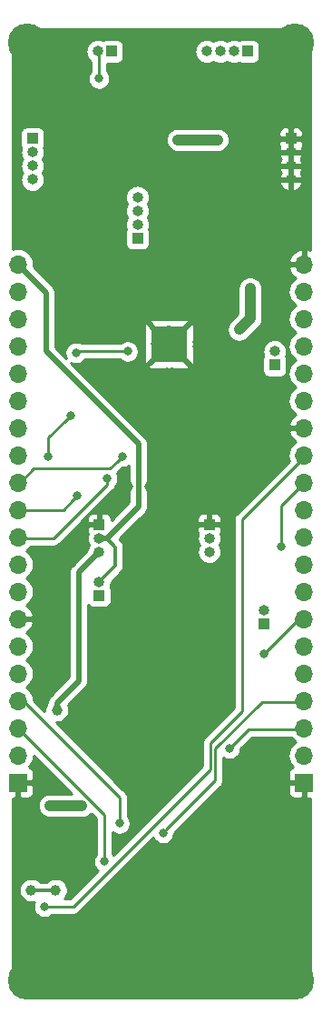
<source format=gbr>
G04 #@! TF.GenerationSoftware,KiCad,Pcbnew,(5.0.1-3-g963ef8bb5)*
G04 #@! TF.CreationDate,2020-07-04T09:07:15+03:00*
G04 #@! TF.ProjectId,sagitta-shield,736167697474612D736869656C642E6B,rev?*
G04 #@! TF.SameCoordinates,Original*
G04 #@! TF.FileFunction,Copper,L2,Bot,Signal*
G04 #@! TF.FilePolarity,Positive*
%FSLAX46Y46*%
G04 Gerber Fmt 4.6, Leading zero omitted, Abs format (unit mm)*
G04 Created by KiCad (PCBNEW (5.0.1-3-g963ef8bb5)) date 2020 July 04, Saturday 09:07:15*
%MOMM*%
%LPD*%
G01*
G04 APERTURE LIST*
G04 #@! TA.AperFunction,ComponentPad*
%ADD10R,1.700000X1.700000*%
G04 #@! TD*
G04 #@! TA.AperFunction,ComponentPad*
%ADD11O,1.700000X1.700000*%
G04 #@! TD*
G04 #@! TA.AperFunction,ComponentPad*
%ADD12R,1.000000X1.000000*%
G04 #@! TD*
G04 #@! TA.AperFunction,ComponentPad*
%ADD13O,1.000000X1.000000*%
G04 #@! TD*
G04 #@! TA.AperFunction,ViaPad*
%ADD14C,0.500000*%
G04 #@! TD*
G04 #@! TA.AperFunction,Conductor*
%ADD15C,0.100000*%
G04 #@! TD*
G04 #@! TA.AperFunction,Conductor*
%ADD16C,3.350000*%
G04 #@! TD*
G04 #@! TA.AperFunction,ViaPad*
%ADD17C,3.600000*%
G04 #@! TD*
G04 #@! TA.AperFunction,ViaPad*
%ADD18C,1.000000*%
G04 #@! TD*
G04 #@! TA.AperFunction,ViaPad*
%ADD19C,0.800000*%
G04 #@! TD*
G04 #@! TA.AperFunction,Conductor*
%ADD20C,0.500000*%
G04 #@! TD*
G04 #@! TA.AperFunction,Conductor*
%ADD21C,0.300000*%
G04 #@! TD*
G04 #@! TA.AperFunction,Conductor*
%ADD22C,0.250000*%
G04 #@! TD*
G04 #@! TA.AperFunction,Conductor*
%ADD23C,1.000000*%
G04 #@! TD*
G04 #@! TA.AperFunction,Conductor*
%ADD24C,0.254000*%
G04 #@! TD*
G04 APERTURE END LIST*
D10*
G04 #@! TO.P,JM1,NC*
G04 #@! TO.N,GND*
X140918070Y-131081600D03*
D11*
G04 #@! TO.P,JM1,CLK*
G04 #@! TO.N,SDCLK*
X140918070Y-128548092D03*
G04 #@! TO.P,JM1,SD0*
G04 #@! TO.N,SDD0*
X140918070Y-126008092D03*
G04 #@! TO.P,JM1,SD1*
G04 #@! TO.N,SDD1*
X140918070Y-123461600D03*
G04 #@! TO.P,JM1,15*
G04 #@! TO.N,Net-(JM1-Pad15)*
X140918070Y-120921600D03*
G04 #@! TO.P,JM1,2*
G04 #@! TO.N,Net-(JM1-Pad2)*
X140918070Y-118388092D03*
G04 #@! TO.P,JM1,0*
G04 #@! TO.N,BLUELED*
X140918070Y-115848092D03*
G04 #@! TO.P,JM1,4*
G04 #@! TO.N,Net-(JM1-Pad4)*
X140918070Y-113301600D03*
G04 #@! TO.P,JM1,16*
G04 #@! TO.N,Net-(JM1-Pad16)*
X140918070Y-110761600D03*
G04 #@! TO.P,JM1,17*
G04 #@! TO.N,Net-(JM1-Pad17)*
X140918070Y-108221600D03*
G04 #@! TO.P,JM1,5*
G04 #@! TO.N,VCC_SWITCH*
X140918070Y-105681600D03*
G04 #@! TO.P,JM1,18*
G04 #@! TO.N,GREENLED*
X140918070Y-103141600D03*
G04 #@! TO.P,JM1,19*
G04 #@! TO.N,PULLUP*
X140918070Y-100601600D03*
G04 #@! TO.P,JM1,GND*
G04 #@! TO.N,GND*
X140918070Y-98061600D03*
G04 #@! TO.P,JM1,21*
G04 #@! TO.N,Net-(JM1-Pad21)*
X140918070Y-95521600D03*
G04 #@! TO.P,JM1,RX*
G04 #@! TO.N,Net-(JM1-PadRX)*
X140918070Y-92988092D03*
G04 #@! TO.P,JM1,TX*
G04 #@! TO.N,Net-(JM1-PadTX)*
X140918070Y-90441600D03*
G04 #@! TO.P,JM1,22*
G04 #@! TO.N,Net-(JM1-Pad22)*
X140918070Y-87901600D03*
G04 #@! TO.P,JM1,23*
G04 #@! TO.N,Net-(JM1-Pad23)*
X140918070Y-85368092D03*
G04 #@! TO.P,JM1,GND*
G04 #@! TO.N,GND*
X140918070Y-82828092D03*
G04 #@! TO.P,JM1,SD3*
G04 #@! TO.N,SDD3*
X114218200Y-123461600D03*
G04 #@! TO.P,JM1,CMD*
G04 #@! TO.N,SDCMD*
X114218200Y-126001600D03*
D10*
G04 #@! TO.P,JM1,NC*
G04 #@! TO.N,GND*
X114218200Y-131081600D03*
D11*
G04 #@! TO.P,JM1,35*
G04 #@! TO.N,Net-(JM1-Pad35)*
X114218200Y-95521600D03*
G04 #@! TO.P,JM1,EN*
G04 #@! TO.N,Net-(JM1-PadEN)*
X114218200Y-85361600D03*
G04 #@! TO.P,JM1,32*
G04 #@! TO.N,Net-(C6-Pad2)*
X114218200Y-98061600D03*
G04 #@! TO.P,JM1,SVN*
G04 #@! TO.N,Net-(JM1-PadSVN)*
X114218200Y-90441600D03*
G04 #@! TO.P,JM1,12*
G04 #@! TO.N,Net-(JM1-Pad12)*
X114218200Y-113301600D03*
G04 #@! TO.P,JM1,SD2*
G04 #@! TO.N,SDD2*
X114218200Y-120921600D03*
G04 #@! TO.P,JM1,5V*
G04 #@! TO.N,+5V*
X114218200Y-128541600D03*
G04 #@! TO.P,JM1,25*
G04 #@! TO.N,RTD_DRDY*
X114218200Y-103141600D03*
G04 #@! TO.P,JM1,SVP*
G04 #@! TO.N,Net-(JM1-PadSVP)*
X114218200Y-87901600D03*
G04 #@! TO.P,JM1,13*
G04 #@! TO.N,Net-(JM1-Pad13)*
X114218200Y-118381600D03*
G04 #@! TO.P,JM1,14*
G04 #@! TO.N,Net-(JM1-Pad14)*
X114218200Y-110761600D03*
G04 #@! TO.P,JM1,34*
G04 #@! TO.N,Net-(JM1-Pad34)*
X114218200Y-92981600D03*
G04 #@! TO.P,JM1,26*
G04 #@! TO.N,SWITCH*
X114218200Y-105681600D03*
G04 #@! TO.P,JM1,GND*
G04 #@! TO.N,GND*
X114218200Y-115841600D03*
G04 #@! TO.P,JM1,VCC*
G04 #@! TO.N,+3V3*
X114218200Y-82821600D03*
G04 #@! TO.P,JM1,27*
G04 #@! TO.N,RTD_CS*
X114218200Y-108221600D03*
G04 #@! TO.P,JM1,33*
G04 #@! TO.N,Net-(C5-Pad2)*
X114218200Y-100601600D03*
G04 #@! TD*
D12*
G04 #@! TO.P,J1,1*
G04 #@! TO.N,Net-(J1-Pad1)*
X135636000Y-62992000D03*
D13*
G04 #@! TO.P,J1,2*
G04 #@! TO.N,Net-(J1-Pad2)*
X134366000Y-62992000D03*
G04 #@! TO.P,J1,3*
G04 #@! TO.N,Net-(J1-Pad3)*
X133096000Y-62992000D03*
G04 #@! TO.P,J1,4*
G04 #@! TO.N,Net-(J1-Pad4)*
X131826000Y-62992000D03*
G04 #@! TD*
G04 #@! TO.P,J3,4*
G04 #@! TO.N,Net-(J3-Pad4)*
X125373203Y-76575105D03*
G04 #@! TO.P,J3,3*
G04 #@! TO.N,Net-(C3-Pad2)*
X125373203Y-77845105D03*
G04 #@! TO.P,J3,2*
G04 #@! TO.N,Net-(C3-Pad1)*
X125373203Y-79115105D03*
D12*
G04 #@! TO.P,J3,1*
G04 #@! TO.N,Net-(J3-Pad1)*
X125373203Y-80385105D03*
G04 #@! TD*
D13*
G04 #@! TO.P,J5,2*
G04 #@! TO.N,UART2TX*
X137160000Y-115062000D03*
D12*
G04 #@! TO.P,J5,1*
G04 #@! TO.N,UART2RX*
X137160000Y-116332000D03*
G04 #@! TD*
G04 #@! TO.P,J7,1*
G04 #@! TO.N,VDD*
X115570000Y-71120000D03*
D13*
G04 #@! TO.P,J7,2*
X115570000Y-72390000D03*
G04 #@! TO.P,J7,3*
X115570000Y-73660000D03*
G04 #@! TO.P,J7,4*
X115570000Y-74930000D03*
G04 #@! TD*
D14*
G04 #@! TO.N,GND*
G04 #@! TO.C,U2*
X129744999Y-91671999D03*
X128319999Y-91671999D03*
X126894999Y-91671999D03*
X129744999Y-90246999D03*
X128319999Y-90246999D03*
X126894999Y-90246999D03*
X129744999Y-88821999D03*
X128319999Y-88821999D03*
X126894999Y-88821999D03*
D15*
G36*
X129769503Y-88573203D02*
X129793772Y-88576803D01*
X129817570Y-88582764D01*
X129840670Y-88591029D01*
X129862848Y-88601519D01*
X129883892Y-88614132D01*
X129903597Y-88628746D01*
X129921776Y-88645222D01*
X129938252Y-88663401D01*
X129952866Y-88683106D01*
X129965479Y-88704150D01*
X129975969Y-88726328D01*
X129984234Y-88749428D01*
X129990195Y-88773226D01*
X129993795Y-88797495D01*
X129994999Y-88821999D01*
X129994999Y-91671999D01*
X129993795Y-91696503D01*
X129990195Y-91720772D01*
X129984234Y-91744570D01*
X129975969Y-91767670D01*
X129965479Y-91789848D01*
X129952866Y-91810892D01*
X129938252Y-91830597D01*
X129921776Y-91848776D01*
X129903597Y-91865252D01*
X129883892Y-91879866D01*
X129862848Y-91892479D01*
X129840670Y-91902969D01*
X129817570Y-91911234D01*
X129793772Y-91917195D01*
X129769503Y-91920795D01*
X129744999Y-91921999D01*
X126894999Y-91921999D01*
X126870495Y-91920795D01*
X126846226Y-91917195D01*
X126822428Y-91911234D01*
X126799328Y-91902969D01*
X126777150Y-91892479D01*
X126756106Y-91879866D01*
X126736401Y-91865252D01*
X126718222Y-91848776D01*
X126701746Y-91830597D01*
X126687132Y-91810892D01*
X126674519Y-91789848D01*
X126664029Y-91767670D01*
X126655764Y-91744570D01*
X126649803Y-91720772D01*
X126646203Y-91696503D01*
X126644999Y-91671999D01*
X126644999Y-88821999D01*
X126646203Y-88797495D01*
X126649803Y-88773226D01*
X126655764Y-88749428D01*
X126664029Y-88726328D01*
X126674519Y-88704150D01*
X126687132Y-88683106D01*
X126701746Y-88663401D01*
X126718222Y-88645222D01*
X126736401Y-88628746D01*
X126756106Y-88614132D01*
X126777150Y-88601519D01*
X126799328Y-88591029D01*
X126822428Y-88582764D01*
X126846226Y-88576803D01*
X126870495Y-88573203D01*
X126894999Y-88571999D01*
X129744999Y-88571999D01*
X129769503Y-88573203D01*
X129769503Y-88573203D01*
G37*
D16*
X128319999Y-90246999D03*
G04 #@! TD*
D13*
G04 #@! TO.P,J4,2*
G04 #@! TO.N,Net-(C5-Pad2)*
X121666000Y-62992000D03*
D12*
G04 #@! TO.P,J4,1*
G04 #@! TO.N,Net-(C6-Pad2)*
X122936000Y-62992000D03*
G04 #@! TD*
G04 #@! TO.P,J6,1*
G04 #@! TO.N,SDA*
X138176000Y-92202000D03*
D13*
G04 #@! TO.P,J6,2*
G04 #@! TO.N,SCL*
X138176000Y-90932000D03*
G04 #@! TD*
D12*
G04 #@! TO.P,J8,1*
G04 #@! TO.N,GND*
X139700000Y-71120000D03*
D13*
G04 #@! TO.P,J8,2*
X139700000Y-72390000D03*
G04 #@! TO.P,J8,3*
X139700000Y-73660000D03*
G04 #@! TO.P,J8,4*
X139700000Y-74930000D03*
G04 #@! TD*
D12*
G04 #@! TO.P,J9,1*
G04 #@! TO.N,GND*
X121793000Y-107061000D03*
D13*
G04 #@! TO.P,J9,2*
G04 #@! TO.N,+3V3*
X121793000Y-108331000D03*
G04 #@! TO.P,J9,3*
G04 #@! TO.N,+5V*
X121793000Y-109601000D03*
G04 #@! TD*
G04 #@! TO.P,J10,3*
G04 #@! TO.N,+5V*
X132080000Y-109601000D03*
G04 #@! TO.P,J10,2*
G04 #@! TO.N,VDD*
X132080000Y-108331000D03*
D12*
G04 #@! TO.P,J10,1*
G04 #@! TO.N,GND*
X132080000Y-107061000D03*
G04 #@! TD*
G04 #@! TO.P,J11,1*
G04 #@! TO.N,Net-(J11-Pad1)*
X121793000Y-113665000D03*
D13*
G04 #@! TO.P,J11,2*
G04 #@! TO.N,+3V3*
X121793000Y-112395000D03*
G04 #@! TD*
D17*
G04 #@! TO.N,GND*
X140081000Y-62230000D03*
X115062000Y-62230000D03*
X115062000Y-149479000D03*
X140055600Y-149479000D03*
D18*
X117729000Y-65786000D03*
X119888000Y-147955000D03*
X133604000Y-67945000D03*
X124968000Y-81915004D03*
X121309840Y-142249100D03*
X137159998Y-127381000D03*
X133858000Y-123571000D03*
X123952000Y-130556000D03*
X124460000Y-103505000D03*
X126492000Y-103505000D03*
D19*
G04 #@! TO.N,Net-(C5-Pad2)*
X121793000Y-65532000D03*
D18*
G04 #@! TO.N,+5V*
X117856000Y-124333000D03*
D19*
G04 #@! TO.N,MISO*
X124460000Y-90932000D03*
X119634000Y-91059000D03*
G04 #@! TO.N,RTD_DRDY*
X123952000Y-100711000D03*
G04 #@! TO.N,SCLK*
X117070000Y-100711000D03*
X119126002Y-96901000D03*
G04 #@! TO.N,RTD_CS*
X122555000Y-102743000D03*
D18*
G04 #@! TO.N,VDD*
X117221000Y-133223000D03*
X120205010Y-133223000D03*
X134874000Y-88900000D03*
D19*
X132842000Y-71247000D03*
X129159000Y-71247000D03*
D18*
X115442998Y-141097000D03*
X117729000Y-141097000D03*
X135890000Y-85090000D03*
D19*
G04 #@! TO.N,SDD1*
X127762000Y-135763000D03*
G04 #@! TO.N,SDD3*
X123698000Y-134873992D03*
G04 #@! TO.N,SDCMD*
X122301000Y-138430000D03*
G04 #@! TO.N,SDD0*
X133984998Y-127889028D03*
G04 #@! TO.N,PULLUP*
X116692914Y-142621000D03*
G04 #@! TO.N,BLUELED*
X137160000Y-119126000D03*
G04 #@! TO.N,GREENLED*
X138811000Y-109093000D03*
G04 #@! TO.N,SWITCH*
X119761000Y-104394000D03*
G04 #@! TD*
D20*
G04 #@! TO.N,GND*
X126647512Y-88574512D02*
X126647512Y-88547512D01*
X128319999Y-90246999D02*
X126647512Y-88574512D01*
X126647512Y-88547512D02*
X125984000Y-87884000D01*
X128319999Y-90246999D02*
X126647512Y-91919488D01*
X126647512Y-91919488D02*
X125857000Y-92710000D01*
X128319999Y-90246999D02*
X129744999Y-91671999D01*
X130783000Y-92710000D02*
X130810000Y-92710000D01*
X128319999Y-90246999D02*
X130783000Y-92710000D01*
X128319999Y-90246999D02*
X129744999Y-88821999D01*
X128319999Y-90246999D02*
X129992488Y-88574512D01*
X129992488Y-88574512D02*
X130810000Y-87757000D01*
G04 #@! TO.N,+3V3*
X122500106Y-108331000D02*
X121793000Y-108331000D01*
X125476000Y-105355106D02*
X122500106Y-108331000D01*
X125476000Y-99568000D02*
X125476000Y-105355106D01*
X116840000Y-90932000D02*
X125476000Y-99568000D01*
X116840000Y-85471000D02*
X116840000Y-90932000D01*
X114300000Y-82931000D02*
X116840000Y-85471000D01*
D21*
X121793000Y-112395000D02*
X123317000Y-110871000D01*
X123317000Y-109147894D02*
X122500106Y-108331000D01*
X123317000Y-110871000D02*
X123317000Y-109147894D01*
D22*
G04 #@! TO.N,Net-(C5-Pad2)*
X121793000Y-63119000D02*
X121666000Y-62992000D01*
X121793000Y-65532000D02*
X121793000Y-63119000D01*
D20*
G04 #@! TO.N,+5V*
X117856000Y-123625894D02*
X117856000Y-124333000D01*
X119888000Y-121593894D02*
X117856000Y-123625894D01*
X119888000Y-111506000D02*
X119888000Y-121593894D01*
X121793000Y-109601000D02*
X119888000Y-111506000D01*
D22*
G04 #@! TO.N,MISO*
X124460000Y-90932000D02*
X124460000Y-90932000D01*
X124460000Y-90932000D02*
X119761000Y-90932000D01*
G04 #@! TO.N,RTD_DRDY*
X123552001Y-101110999D02*
X123952000Y-100711000D01*
X114300000Y-103251000D02*
X115715999Y-101835001D01*
X115715999Y-101835001D02*
X122827999Y-101835001D01*
X122827999Y-101835001D02*
X123552001Y-101110999D01*
G04 #@! TO.N,SCLK*
X117070000Y-98957002D02*
X118726003Y-97300999D01*
X117070000Y-100711000D02*
X117070000Y-98957002D01*
X118726003Y-97300999D02*
X119126002Y-96901000D01*
G04 #@! TO.N,RTD_CS*
X122555000Y-103308685D02*
X117532685Y-108331000D01*
X117532685Y-108331000D02*
X114300000Y-108331000D01*
X122555000Y-102743000D02*
X122555000Y-103308685D01*
D23*
G04 #@! TO.N,VDD*
X117221000Y-133223000D02*
X120205010Y-133223000D01*
X129159000Y-71247000D02*
X132842000Y-71247000D01*
D21*
X117729000Y-141096994D02*
X117729000Y-141097000D01*
X115443004Y-141096994D02*
X115442998Y-141097000D01*
X117729000Y-141097000D02*
X115443004Y-141096994D01*
D23*
X135890000Y-85797106D02*
X135890000Y-85090000D01*
X135890000Y-87884000D02*
X135890000Y-85797106D01*
X134874000Y-88900000D02*
X135890000Y-87884000D01*
D22*
G04 #@! TO.N,SDD1*
X128161999Y-135363001D02*
X127762000Y-135763000D01*
X136975996Y-123571000D02*
X132624998Y-127921998D01*
X132624998Y-130900002D02*
X128161999Y-135363001D01*
X140999870Y-123571000D02*
X136975996Y-123571000D01*
X132624998Y-127921998D02*
X132624998Y-130900002D01*
G04 #@! TO.N,SDD3*
X123444000Y-132207000D02*
X114046000Y-122809000D01*
X123698000Y-132461000D02*
X123444000Y-132207000D01*
X123698000Y-134873992D02*
X123698000Y-132461000D01*
G04 #@! TO.N,SDCMD*
X114300000Y-126111000D02*
X122301000Y-134112000D01*
X122301000Y-134112000D02*
X122301000Y-137864315D01*
X122301000Y-137864315D02*
X122301000Y-138430000D01*
G04 #@! TO.N,SDD0*
X135756534Y-126117492D02*
X134384997Y-127489029D01*
X140999870Y-126117492D02*
X135756534Y-126117492D01*
X134384997Y-127489029D02*
X133984998Y-127889028D01*
G04 #@! TO.N,PULLUP*
X132174987Y-129813019D02*
X119367006Y-142621000D01*
X117258599Y-142621000D02*
X116692914Y-142621000D01*
X132174987Y-127381267D02*
X132174987Y-129813019D01*
X119367006Y-142621000D02*
X117258599Y-142621000D01*
X135128000Y-124428254D02*
X132174987Y-127381267D01*
X135128000Y-106582870D02*
X135128000Y-124428254D01*
X140999870Y-100711000D02*
X135128000Y-106582870D01*
G04 #@! TO.N,BLUELED*
X140437908Y-115848092D02*
X140918070Y-115848092D01*
X137160000Y-119126000D02*
X140437908Y-115848092D01*
G04 #@! TO.N,GREENLED*
X138811000Y-105248670D02*
X140918070Y-103141600D01*
X138811000Y-109093000D02*
X138811000Y-105248670D01*
G04 #@! TO.N,SWITCH*
X119361001Y-104793999D02*
X119761000Y-104394000D01*
X118473400Y-105681600D02*
X119361001Y-104793999D01*
X114218200Y-105681600D02*
X118473400Y-105681600D01*
G04 #@! TD*
D24*
G04 #@! TO.N,GND*
G36*
X139862936Y-127063226D02*
X140089056Y-127248798D01*
X140143861Y-127278092D01*
X140089056Y-127307386D01*
X139862936Y-127492958D01*
X139677364Y-127719078D01*
X139539471Y-127977058D01*
X139454557Y-128256981D01*
X139425885Y-128548092D01*
X139454557Y-128839203D01*
X139539471Y-129119126D01*
X139677364Y-129377106D01*
X139862936Y-129603226D01*
X139884256Y-129620723D01*
X139882847Y-129621003D01*
X139767285Y-129668870D01*
X139663281Y-129738363D01*
X139574833Y-129826811D01*
X139505340Y-129930815D01*
X139457473Y-130046377D01*
X139433070Y-130169058D01*
X139433070Y-130795850D01*
X139591820Y-130954600D01*
X140791070Y-130954600D01*
X140791070Y-130934600D01*
X141045070Y-130934600D01*
X141045070Y-130954600D01*
X141065070Y-130954600D01*
X141065070Y-131208600D01*
X141045070Y-131208600D01*
X141045070Y-132407850D01*
X141203820Y-132566600D01*
X141527161Y-132566600D01*
X141526481Y-149337167D01*
X141511213Y-149698415D01*
X141438940Y-149996695D01*
X141310103Y-150275265D01*
X141129615Y-150523501D01*
X140904347Y-150731955D01*
X140642884Y-150892681D01*
X140355179Y-150999562D01*
X140028727Y-151052318D01*
X139942921Y-151055000D01*
X115350721Y-151055000D01*
X115010550Y-151021645D01*
X114716732Y-150932937D01*
X114445737Y-150788846D01*
X114207898Y-150594870D01*
X114012260Y-150358384D01*
X113866283Y-150088405D01*
X113775525Y-149795214D01*
X113740000Y-149457213D01*
X113740000Y-132566600D01*
X113932450Y-132566600D01*
X114091200Y-132407850D01*
X114091200Y-131208600D01*
X114345200Y-131208600D01*
X114345200Y-132407850D01*
X114503950Y-132566600D01*
X115130742Y-132566600D01*
X115253423Y-132542197D01*
X115368985Y-132494330D01*
X115472989Y-132424837D01*
X115561437Y-132336389D01*
X115630930Y-132232385D01*
X115678797Y-132116823D01*
X115703200Y-131994142D01*
X115703200Y-131367350D01*
X115544450Y-131208600D01*
X114345200Y-131208600D01*
X114091200Y-131208600D01*
X114071200Y-131208600D01*
X114071200Y-130954600D01*
X114091200Y-130954600D01*
X114091200Y-130934600D01*
X114345200Y-130934600D01*
X114345200Y-130954600D01*
X115544450Y-130954600D01*
X115703200Y-130795850D01*
X115703200Y-130169058D01*
X115678797Y-130046377D01*
X115630930Y-129930815D01*
X115561437Y-129826811D01*
X115472989Y-129738363D01*
X115368985Y-129668870D01*
X115253423Y-129621003D01*
X115245647Y-129619456D01*
X115273334Y-129596734D01*
X115458906Y-129370614D01*
X115596799Y-129112634D01*
X115681713Y-128832711D01*
X115705491Y-128591292D01*
X119202198Y-132088000D01*
X117109212Y-132088000D01*
X117054253Y-132098932D01*
X116998501Y-132104423D01*
X116944894Y-132120685D01*
X116889933Y-132131617D01*
X116838158Y-132153063D01*
X116784553Y-132169324D01*
X116735149Y-132195731D01*
X116683376Y-132217176D01*
X116636786Y-132248307D01*
X116587377Y-132274716D01*
X116544068Y-132310259D01*
X116497480Y-132341388D01*
X116457859Y-132381009D01*
X116414551Y-132416551D01*
X116379009Y-132459859D01*
X116339388Y-132499480D01*
X116308259Y-132546068D01*
X116272716Y-132589377D01*
X116246307Y-132638786D01*
X116215176Y-132685376D01*
X116193731Y-132737149D01*
X116167324Y-132786553D01*
X116151063Y-132840158D01*
X116129617Y-132891933D01*
X116118685Y-132946894D01*
X116102423Y-133000501D01*
X116096932Y-133056253D01*
X116086000Y-133111212D01*
X116086000Y-133167248D01*
X116080509Y-133223000D01*
X116086000Y-133278752D01*
X116086000Y-133334788D01*
X116096932Y-133389747D01*
X116102423Y-133445499D01*
X116118685Y-133499106D01*
X116129617Y-133554067D01*
X116151063Y-133605842D01*
X116167324Y-133659447D01*
X116193731Y-133708851D01*
X116215176Y-133760624D01*
X116246307Y-133807214D01*
X116272716Y-133856623D01*
X116308259Y-133899932D01*
X116339388Y-133946520D01*
X116379009Y-133986141D01*
X116414551Y-134029449D01*
X116457859Y-134064991D01*
X116497480Y-134104612D01*
X116544068Y-134135741D01*
X116587377Y-134171284D01*
X116636786Y-134197693D01*
X116683376Y-134228824D01*
X116735149Y-134250269D01*
X116784553Y-134276676D01*
X116838158Y-134292937D01*
X116889933Y-134314383D01*
X116944894Y-134325315D01*
X116998501Y-134341577D01*
X117054253Y-134347068D01*
X117109212Y-134358000D01*
X120316798Y-134358000D01*
X120371757Y-134347068D01*
X120427509Y-134341577D01*
X120481116Y-134325315D01*
X120536077Y-134314383D01*
X120587852Y-134292937D01*
X120641457Y-134276676D01*
X120690861Y-134250269D01*
X120742634Y-134228824D01*
X120789224Y-134197693D01*
X120838633Y-134171284D01*
X120881942Y-134135741D01*
X120928530Y-134104612D01*
X120968151Y-134064991D01*
X121011459Y-134029449D01*
X121047001Y-133986141D01*
X121073670Y-133959472D01*
X121541000Y-134426802D01*
X121541001Y-137726288D01*
X121497063Y-137770226D01*
X121383795Y-137939744D01*
X121305774Y-138128102D01*
X121266000Y-138328061D01*
X121266000Y-138531939D01*
X121305774Y-138731898D01*
X121383795Y-138920256D01*
X121497063Y-139089774D01*
X121641226Y-139233937D01*
X121664030Y-139249174D01*
X119052205Y-141861000D01*
X118570132Y-141861000D01*
X118610612Y-141820520D01*
X118734824Y-141634624D01*
X118820383Y-141428067D01*
X118864000Y-141208788D01*
X118864000Y-140985212D01*
X118820383Y-140765933D01*
X118734824Y-140559376D01*
X118610612Y-140373480D01*
X118452520Y-140215388D01*
X118266624Y-140091176D01*
X118060067Y-140005617D01*
X117840788Y-139962000D01*
X117617212Y-139962000D01*
X117397933Y-140005617D01*
X117191376Y-140091176D01*
X117005480Y-140215388D01*
X116908870Y-140311998D01*
X116263127Y-140311997D01*
X116166518Y-140215388D01*
X115980622Y-140091176D01*
X115774065Y-140005617D01*
X115554786Y-139962000D01*
X115331210Y-139962000D01*
X115111931Y-140005617D01*
X114905374Y-140091176D01*
X114719478Y-140215388D01*
X114561386Y-140373480D01*
X114437174Y-140559376D01*
X114351615Y-140765933D01*
X114307998Y-140985212D01*
X114307998Y-141208788D01*
X114351615Y-141428067D01*
X114437174Y-141634624D01*
X114561386Y-141820520D01*
X114719478Y-141978612D01*
X114905374Y-142102824D01*
X115111931Y-142188383D01*
X115331210Y-142232000D01*
X115554786Y-142232000D01*
X115749838Y-142193202D01*
X115697688Y-142319102D01*
X115657914Y-142519061D01*
X115657914Y-142722939D01*
X115697688Y-142922898D01*
X115775709Y-143111256D01*
X115888977Y-143280774D01*
X116033140Y-143424937D01*
X116202658Y-143538205D01*
X116391016Y-143616226D01*
X116590975Y-143656000D01*
X116794853Y-143656000D01*
X116994812Y-143616226D01*
X117183170Y-143538205D01*
X117352688Y-143424937D01*
X117396625Y-143381000D01*
X119329684Y-143381000D01*
X119367006Y-143384676D01*
X119404328Y-143381000D01*
X119404339Y-143381000D01*
X119515992Y-143370003D01*
X119659253Y-143326546D01*
X119791282Y-143255974D01*
X119907007Y-143161001D01*
X119930810Y-143131997D01*
X126834473Y-136228336D01*
X126844795Y-136253256D01*
X126958063Y-136422774D01*
X127102226Y-136566937D01*
X127271744Y-136680205D01*
X127460102Y-136758226D01*
X127660061Y-136798000D01*
X127863939Y-136798000D01*
X128063898Y-136758226D01*
X128252256Y-136680205D01*
X128421774Y-136566937D01*
X128565937Y-136422774D01*
X128679205Y-136253256D01*
X128757226Y-136064898D01*
X128797000Y-135864939D01*
X128797000Y-135802801D01*
X133136001Y-131463801D01*
X133164999Y-131440003D01*
X133224623Y-131367350D01*
X139433070Y-131367350D01*
X139433070Y-131994142D01*
X139457473Y-132116823D01*
X139505340Y-132232385D01*
X139574833Y-132336389D01*
X139663281Y-132424837D01*
X139767285Y-132494330D01*
X139882847Y-132542197D01*
X140005528Y-132566600D01*
X140632320Y-132566600D01*
X140791070Y-132407850D01*
X140791070Y-131208600D01*
X139591820Y-131208600D01*
X139433070Y-131367350D01*
X133224623Y-131367350D01*
X133259972Y-131324278D01*
X133330544Y-131192249D01*
X133374001Y-131048988D01*
X133384998Y-130937335D01*
X133384998Y-130937327D01*
X133388674Y-130900002D01*
X133384998Y-130862677D01*
X133384998Y-128732905D01*
X133494742Y-128806233D01*
X133683100Y-128884254D01*
X133883059Y-128924028D01*
X134086937Y-128924028D01*
X134286896Y-128884254D01*
X134475254Y-128806233D01*
X134644772Y-128692965D01*
X134788935Y-128548802D01*
X134902203Y-128379284D01*
X134980224Y-128190926D01*
X135019998Y-127990967D01*
X135019998Y-127928829D01*
X136071336Y-126877492D01*
X139710508Y-126877492D01*
X139862936Y-127063226D01*
X139862936Y-127063226D01*
G37*
X139862936Y-127063226D02*
X140089056Y-127248798D01*
X140143861Y-127278092D01*
X140089056Y-127307386D01*
X139862936Y-127492958D01*
X139677364Y-127719078D01*
X139539471Y-127977058D01*
X139454557Y-128256981D01*
X139425885Y-128548092D01*
X139454557Y-128839203D01*
X139539471Y-129119126D01*
X139677364Y-129377106D01*
X139862936Y-129603226D01*
X139884256Y-129620723D01*
X139882847Y-129621003D01*
X139767285Y-129668870D01*
X139663281Y-129738363D01*
X139574833Y-129826811D01*
X139505340Y-129930815D01*
X139457473Y-130046377D01*
X139433070Y-130169058D01*
X139433070Y-130795850D01*
X139591820Y-130954600D01*
X140791070Y-130954600D01*
X140791070Y-130934600D01*
X141045070Y-130934600D01*
X141045070Y-130954600D01*
X141065070Y-130954600D01*
X141065070Y-131208600D01*
X141045070Y-131208600D01*
X141045070Y-132407850D01*
X141203820Y-132566600D01*
X141527161Y-132566600D01*
X141526481Y-149337167D01*
X141511213Y-149698415D01*
X141438940Y-149996695D01*
X141310103Y-150275265D01*
X141129615Y-150523501D01*
X140904347Y-150731955D01*
X140642884Y-150892681D01*
X140355179Y-150999562D01*
X140028727Y-151052318D01*
X139942921Y-151055000D01*
X115350721Y-151055000D01*
X115010550Y-151021645D01*
X114716732Y-150932937D01*
X114445737Y-150788846D01*
X114207898Y-150594870D01*
X114012260Y-150358384D01*
X113866283Y-150088405D01*
X113775525Y-149795214D01*
X113740000Y-149457213D01*
X113740000Y-132566600D01*
X113932450Y-132566600D01*
X114091200Y-132407850D01*
X114091200Y-131208600D01*
X114345200Y-131208600D01*
X114345200Y-132407850D01*
X114503950Y-132566600D01*
X115130742Y-132566600D01*
X115253423Y-132542197D01*
X115368985Y-132494330D01*
X115472989Y-132424837D01*
X115561437Y-132336389D01*
X115630930Y-132232385D01*
X115678797Y-132116823D01*
X115703200Y-131994142D01*
X115703200Y-131367350D01*
X115544450Y-131208600D01*
X114345200Y-131208600D01*
X114091200Y-131208600D01*
X114071200Y-131208600D01*
X114071200Y-130954600D01*
X114091200Y-130954600D01*
X114091200Y-130934600D01*
X114345200Y-130934600D01*
X114345200Y-130954600D01*
X115544450Y-130954600D01*
X115703200Y-130795850D01*
X115703200Y-130169058D01*
X115678797Y-130046377D01*
X115630930Y-129930815D01*
X115561437Y-129826811D01*
X115472989Y-129738363D01*
X115368985Y-129668870D01*
X115253423Y-129621003D01*
X115245647Y-129619456D01*
X115273334Y-129596734D01*
X115458906Y-129370614D01*
X115596799Y-129112634D01*
X115681713Y-128832711D01*
X115705491Y-128591292D01*
X119202198Y-132088000D01*
X117109212Y-132088000D01*
X117054253Y-132098932D01*
X116998501Y-132104423D01*
X116944894Y-132120685D01*
X116889933Y-132131617D01*
X116838158Y-132153063D01*
X116784553Y-132169324D01*
X116735149Y-132195731D01*
X116683376Y-132217176D01*
X116636786Y-132248307D01*
X116587377Y-132274716D01*
X116544068Y-132310259D01*
X116497480Y-132341388D01*
X116457859Y-132381009D01*
X116414551Y-132416551D01*
X116379009Y-132459859D01*
X116339388Y-132499480D01*
X116308259Y-132546068D01*
X116272716Y-132589377D01*
X116246307Y-132638786D01*
X116215176Y-132685376D01*
X116193731Y-132737149D01*
X116167324Y-132786553D01*
X116151063Y-132840158D01*
X116129617Y-132891933D01*
X116118685Y-132946894D01*
X116102423Y-133000501D01*
X116096932Y-133056253D01*
X116086000Y-133111212D01*
X116086000Y-133167248D01*
X116080509Y-133223000D01*
X116086000Y-133278752D01*
X116086000Y-133334788D01*
X116096932Y-133389747D01*
X116102423Y-133445499D01*
X116118685Y-133499106D01*
X116129617Y-133554067D01*
X116151063Y-133605842D01*
X116167324Y-133659447D01*
X116193731Y-133708851D01*
X116215176Y-133760624D01*
X116246307Y-133807214D01*
X116272716Y-133856623D01*
X116308259Y-133899932D01*
X116339388Y-133946520D01*
X116379009Y-133986141D01*
X116414551Y-134029449D01*
X116457859Y-134064991D01*
X116497480Y-134104612D01*
X116544068Y-134135741D01*
X116587377Y-134171284D01*
X116636786Y-134197693D01*
X116683376Y-134228824D01*
X116735149Y-134250269D01*
X116784553Y-134276676D01*
X116838158Y-134292937D01*
X116889933Y-134314383D01*
X116944894Y-134325315D01*
X116998501Y-134341577D01*
X117054253Y-134347068D01*
X117109212Y-134358000D01*
X120316798Y-134358000D01*
X120371757Y-134347068D01*
X120427509Y-134341577D01*
X120481116Y-134325315D01*
X120536077Y-134314383D01*
X120587852Y-134292937D01*
X120641457Y-134276676D01*
X120690861Y-134250269D01*
X120742634Y-134228824D01*
X120789224Y-134197693D01*
X120838633Y-134171284D01*
X120881942Y-134135741D01*
X120928530Y-134104612D01*
X120968151Y-134064991D01*
X121011459Y-134029449D01*
X121047001Y-133986141D01*
X121073670Y-133959472D01*
X121541000Y-134426802D01*
X121541001Y-137726288D01*
X121497063Y-137770226D01*
X121383795Y-137939744D01*
X121305774Y-138128102D01*
X121266000Y-138328061D01*
X121266000Y-138531939D01*
X121305774Y-138731898D01*
X121383795Y-138920256D01*
X121497063Y-139089774D01*
X121641226Y-139233937D01*
X121664030Y-139249174D01*
X119052205Y-141861000D01*
X118570132Y-141861000D01*
X118610612Y-141820520D01*
X118734824Y-141634624D01*
X118820383Y-141428067D01*
X118864000Y-141208788D01*
X118864000Y-140985212D01*
X118820383Y-140765933D01*
X118734824Y-140559376D01*
X118610612Y-140373480D01*
X118452520Y-140215388D01*
X118266624Y-140091176D01*
X118060067Y-140005617D01*
X117840788Y-139962000D01*
X117617212Y-139962000D01*
X117397933Y-140005617D01*
X117191376Y-140091176D01*
X117005480Y-140215388D01*
X116908870Y-140311998D01*
X116263127Y-140311997D01*
X116166518Y-140215388D01*
X115980622Y-140091176D01*
X115774065Y-140005617D01*
X115554786Y-139962000D01*
X115331210Y-139962000D01*
X115111931Y-140005617D01*
X114905374Y-140091176D01*
X114719478Y-140215388D01*
X114561386Y-140373480D01*
X114437174Y-140559376D01*
X114351615Y-140765933D01*
X114307998Y-140985212D01*
X114307998Y-141208788D01*
X114351615Y-141428067D01*
X114437174Y-141634624D01*
X114561386Y-141820520D01*
X114719478Y-141978612D01*
X114905374Y-142102824D01*
X115111931Y-142188383D01*
X115331210Y-142232000D01*
X115554786Y-142232000D01*
X115749838Y-142193202D01*
X115697688Y-142319102D01*
X115657914Y-142519061D01*
X115657914Y-142722939D01*
X115697688Y-142922898D01*
X115775709Y-143111256D01*
X115888977Y-143280774D01*
X116033140Y-143424937D01*
X116202658Y-143538205D01*
X116391016Y-143616226D01*
X116590975Y-143656000D01*
X116794853Y-143656000D01*
X116994812Y-143616226D01*
X117183170Y-143538205D01*
X117352688Y-143424937D01*
X117396625Y-143381000D01*
X119329684Y-143381000D01*
X119367006Y-143384676D01*
X119404328Y-143381000D01*
X119404339Y-143381000D01*
X119515992Y-143370003D01*
X119659253Y-143326546D01*
X119791282Y-143255974D01*
X119907007Y-143161001D01*
X119930810Y-143131997D01*
X126834473Y-136228336D01*
X126844795Y-136253256D01*
X126958063Y-136422774D01*
X127102226Y-136566937D01*
X127271744Y-136680205D01*
X127460102Y-136758226D01*
X127660061Y-136798000D01*
X127863939Y-136798000D01*
X128063898Y-136758226D01*
X128252256Y-136680205D01*
X128421774Y-136566937D01*
X128565937Y-136422774D01*
X128679205Y-136253256D01*
X128757226Y-136064898D01*
X128797000Y-135864939D01*
X128797000Y-135802801D01*
X133136001Y-131463801D01*
X133164999Y-131440003D01*
X133224623Y-131367350D01*
X139433070Y-131367350D01*
X139433070Y-131994142D01*
X139457473Y-132116823D01*
X139505340Y-132232385D01*
X139574833Y-132336389D01*
X139663281Y-132424837D01*
X139767285Y-132494330D01*
X139882847Y-132542197D01*
X140005528Y-132566600D01*
X140632320Y-132566600D01*
X140791070Y-132407850D01*
X140791070Y-131208600D01*
X139591820Y-131208600D01*
X139433070Y-131367350D01*
X133224623Y-131367350D01*
X133259972Y-131324278D01*
X133330544Y-131192249D01*
X133374001Y-131048988D01*
X133384998Y-130937335D01*
X133384998Y-130937327D01*
X133388674Y-130900002D01*
X133384998Y-130862677D01*
X133384998Y-128732905D01*
X133494742Y-128806233D01*
X133683100Y-128884254D01*
X133883059Y-128924028D01*
X134086937Y-128924028D01*
X134286896Y-128884254D01*
X134475254Y-128806233D01*
X134644772Y-128692965D01*
X134788935Y-128548802D01*
X134902203Y-128379284D01*
X134980224Y-128190926D01*
X135019998Y-127990967D01*
X135019998Y-127928829D01*
X136071336Y-126877492D01*
X139710508Y-126877492D01*
X139862936Y-127063226D01*
G36*
X140259450Y-60941355D02*
X140553269Y-61030063D01*
X140824262Y-61174152D01*
X141062102Y-61368130D01*
X141257741Y-61604617D01*
X141403716Y-61874591D01*
X141494475Y-62167786D01*
X141530000Y-62505784D01*
X141529231Y-81476808D01*
X141274961Y-81386611D01*
X141045070Y-81507278D01*
X141045070Y-82701092D01*
X141065070Y-82701092D01*
X141065070Y-82955092D01*
X141045070Y-82955092D01*
X141045070Y-82975092D01*
X140791070Y-82975092D01*
X140791070Y-82955092D01*
X139597915Y-82955092D01*
X139476594Y-83184982D01*
X139521245Y-83332191D01*
X139646429Y-83595012D01*
X139820482Y-83828361D01*
X140036715Y-84023270D01*
X140153593Y-84092891D01*
X140089056Y-84127386D01*
X139862936Y-84312958D01*
X139677364Y-84539078D01*
X139539471Y-84797058D01*
X139454557Y-85076981D01*
X139425885Y-85368092D01*
X139454557Y-85659203D01*
X139539471Y-85939126D01*
X139677364Y-86197106D01*
X139862936Y-86423226D01*
X140089056Y-86608798D01*
X140137788Y-86634846D01*
X140089056Y-86660894D01*
X139862936Y-86846466D01*
X139677364Y-87072586D01*
X139539471Y-87330566D01*
X139454557Y-87610489D01*
X139425885Y-87901600D01*
X139454557Y-88192711D01*
X139539471Y-88472634D01*
X139677364Y-88730614D01*
X139862936Y-88956734D01*
X140089056Y-89142306D01*
X140143861Y-89171600D01*
X140089056Y-89200894D01*
X139862936Y-89386466D01*
X139677364Y-89612586D01*
X139539471Y-89870566D01*
X139454557Y-90150489D01*
X139425885Y-90441600D01*
X139454557Y-90732711D01*
X139539471Y-91012634D01*
X139677364Y-91270614D01*
X139862936Y-91496734D01*
X140089056Y-91682306D01*
X140149934Y-91714846D01*
X140089056Y-91747386D01*
X139862936Y-91932958D01*
X139677364Y-92159078D01*
X139539471Y-92417058D01*
X139454557Y-92696981D01*
X139425885Y-92988092D01*
X139454557Y-93279203D01*
X139539471Y-93559126D01*
X139677364Y-93817106D01*
X139862936Y-94043226D01*
X140089056Y-94228798D01*
X140137788Y-94254846D01*
X140089056Y-94280894D01*
X139862936Y-94466466D01*
X139677364Y-94692586D01*
X139539471Y-94950566D01*
X139454557Y-95230489D01*
X139425885Y-95521600D01*
X139454557Y-95812711D01*
X139539471Y-96092634D01*
X139677364Y-96350614D01*
X139862936Y-96576734D01*
X140089056Y-96762306D01*
X140153593Y-96796801D01*
X140036715Y-96866422D01*
X139820482Y-97061331D01*
X139646429Y-97294680D01*
X139521245Y-97557501D01*
X139476594Y-97704710D01*
X139597915Y-97934600D01*
X140791070Y-97934600D01*
X140791070Y-97914600D01*
X141045070Y-97914600D01*
X141045070Y-97934600D01*
X141065070Y-97934600D01*
X141065070Y-98188600D01*
X141045070Y-98188600D01*
X141045070Y-98208600D01*
X140791070Y-98208600D01*
X140791070Y-98188600D01*
X139597915Y-98188600D01*
X139476594Y-98418490D01*
X139521245Y-98565699D01*
X139646429Y-98828520D01*
X139820482Y-99061869D01*
X140036715Y-99256778D01*
X140153593Y-99326399D01*
X140089056Y-99360894D01*
X139862936Y-99546466D01*
X139677364Y-99772586D01*
X139539471Y-100030566D01*
X139454557Y-100310489D01*
X139425885Y-100601600D01*
X139454557Y-100892711D01*
X139521774Y-101114294D01*
X134617003Y-106019066D01*
X134587999Y-106042869D01*
X134545613Y-106094517D01*
X134493026Y-106158594D01*
X134442760Y-106252634D01*
X134422454Y-106290624D01*
X134378997Y-106433885D01*
X134368000Y-106545538D01*
X134368000Y-106545548D01*
X134364324Y-106582870D01*
X134368000Y-106620192D01*
X134368001Y-124113451D01*
X131663990Y-126817463D01*
X131634986Y-126841266D01*
X131591871Y-126893802D01*
X131540013Y-126956991D01*
X131483229Y-127063226D01*
X131469441Y-127089021D01*
X131425984Y-127232282D01*
X131414987Y-127343935D01*
X131414987Y-127343945D01*
X131411311Y-127381267D01*
X131414987Y-127418590D01*
X131414988Y-129498215D01*
X123120174Y-137793030D01*
X123104937Y-137770226D01*
X123061000Y-137726289D01*
X123061000Y-135693146D01*
X123207744Y-135791197D01*
X123396102Y-135869218D01*
X123596061Y-135908992D01*
X123799939Y-135908992D01*
X123999898Y-135869218D01*
X124188256Y-135791197D01*
X124357774Y-135677929D01*
X124501937Y-135533766D01*
X124615205Y-135364248D01*
X124693226Y-135175890D01*
X124733000Y-134975931D01*
X124733000Y-134772053D01*
X124693226Y-134572094D01*
X124615205Y-134383736D01*
X124501937Y-134214218D01*
X124458000Y-134170281D01*
X124458000Y-132498322D01*
X124461676Y-132460999D01*
X124458000Y-132423676D01*
X124458000Y-132423667D01*
X124447003Y-132312014D01*
X124403546Y-132168753D01*
X124332974Y-132036724D01*
X124238001Y-131920999D01*
X124208997Y-131897196D01*
X124007804Y-131696003D01*
X124007799Y-131695997D01*
X117779801Y-125468000D01*
X117967788Y-125468000D01*
X118187067Y-125424383D01*
X118393624Y-125338824D01*
X118579520Y-125214612D01*
X118737612Y-125056520D01*
X118861824Y-124870624D01*
X118947383Y-124664067D01*
X118991000Y-124444788D01*
X118991000Y-124221212D01*
X118947383Y-124001933D01*
X118884164Y-123849309D01*
X120483049Y-122250424D01*
X120516817Y-122222711D01*
X120627411Y-122087953D01*
X120709589Y-121934207D01*
X120760195Y-121767384D01*
X120773000Y-121637371D01*
X120773000Y-121637363D01*
X120777281Y-121593894D01*
X120773000Y-121550425D01*
X120773000Y-114532333D01*
X120841815Y-114616185D01*
X120938506Y-114695537D01*
X121048820Y-114754502D01*
X121168518Y-114790812D01*
X121293000Y-114803072D01*
X122293000Y-114803072D01*
X122417482Y-114790812D01*
X122537180Y-114754502D01*
X122647494Y-114695537D01*
X122744185Y-114616185D01*
X122823537Y-114519494D01*
X122882502Y-114409180D01*
X122918812Y-114289482D01*
X122931072Y-114165000D01*
X122931072Y-113165000D01*
X122918812Y-113040518D01*
X122882502Y-112920820D01*
X122840703Y-112842621D01*
X122846676Y-112831447D01*
X122911577Y-112617499D01*
X122933491Y-112395000D01*
X122930771Y-112367386D01*
X123844817Y-111453341D01*
X123874764Y-111428764D01*
X123972862Y-111309233D01*
X124045754Y-111172860D01*
X124090641Y-111024887D01*
X124102000Y-110909561D01*
X124102000Y-110909554D01*
X124105797Y-110871001D01*
X124102000Y-110832448D01*
X124102000Y-109186450D01*
X124105797Y-109147894D01*
X124102000Y-109109338D01*
X124102000Y-109109333D01*
X124098020Y-109068920D01*
X124090642Y-108994007D01*
X124045754Y-108846034D01*
X124017211Y-108792634D01*
X123972862Y-108709661D01*
X123874764Y-108590130D01*
X123844810Y-108565547D01*
X123680974Y-108401711D01*
X123751685Y-108331000D01*
X130939509Y-108331000D01*
X130961423Y-108553499D01*
X131026324Y-108767447D01*
X131131716Y-108964623D01*
X131132846Y-108966000D01*
X131131716Y-108967377D01*
X131026324Y-109164553D01*
X130961423Y-109378501D01*
X130939509Y-109601000D01*
X130961423Y-109823499D01*
X131026324Y-110037447D01*
X131131716Y-110234623D01*
X131273551Y-110407449D01*
X131446377Y-110549284D01*
X131643553Y-110654676D01*
X131857501Y-110719577D01*
X132024248Y-110736000D01*
X132135752Y-110736000D01*
X132302499Y-110719577D01*
X132516447Y-110654676D01*
X132713623Y-110549284D01*
X132886449Y-110407449D01*
X133028284Y-110234623D01*
X133133676Y-110037447D01*
X133198577Y-109823499D01*
X133220491Y-109601000D01*
X133198577Y-109378501D01*
X133133676Y-109164553D01*
X133028284Y-108967377D01*
X133027154Y-108966000D01*
X133028284Y-108964623D01*
X133133676Y-108767447D01*
X133198577Y-108553499D01*
X133220491Y-108331000D01*
X133198577Y-108108501D01*
X133133676Y-107894553D01*
X133127969Y-107883876D01*
X133142730Y-107861785D01*
X133190597Y-107746223D01*
X133215000Y-107623542D01*
X133215000Y-107346750D01*
X133056250Y-107188000D01*
X132207000Y-107188000D01*
X132207000Y-107203017D01*
X132135752Y-107196000D01*
X132024248Y-107196000D01*
X131953000Y-107203017D01*
X131953000Y-107188000D01*
X131103750Y-107188000D01*
X130945000Y-107346750D01*
X130945000Y-107623542D01*
X130969403Y-107746223D01*
X131017270Y-107861785D01*
X131032031Y-107883876D01*
X131026324Y-107894553D01*
X130961423Y-108108501D01*
X130939509Y-108331000D01*
X123751685Y-108331000D01*
X125584227Y-106498458D01*
X130945000Y-106498458D01*
X130945000Y-106775250D01*
X131103750Y-106934000D01*
X131953000Y-106934000D01*
X131953000Y-106084750D01*
X132207000Y-106084750D01*
X132207000Y-106934000D01*
X133056250Y-106934000D01*
X133215000Y-106775250D01*
X133215000Y-106498458D01*
X133190597Y-106375777D01*
X133142730Y-106260215D01*
X133073237Y-106156211D01*
X132984789Y-106067763D01*
X132880785Y-105998270D01*
X132765223Y-105950403D01*
X132642542Y-105926000D01*
X132365750Y-105926000D01*
X132207000Y-106084750D01*
X131953000Y-106084750D01*
X131794250Y-105926000D01*
X131517458Y-105926000D01*
X131394777Y-105950403D01*
X131279215Y-105998270D01*
X131175211Y-106067763D01*
X131086763Y-106156211D01*
X131017270Y-106260215D01*
X130969403Y-106375777D01*
X130945000Y-106498458D01*
X125584227Y-106498458D01*
X126071049Y-106011636D01*
X126104817Y-105983923D01*
X126215411Y-105849165D01*
X126235025Y-105812469D01*
X126297589Y-105695420D01*
X126348195Y-105528596D01*
X126358004Y-105429000D01*
X126361000Y-105398583D01*
X126361000Y-105398575D01*
X126365281Y-105355106D01*
X126361000Y-105311637D01*
X126361000Y-99611465D01*
X126365281Y-99567999D01*
X126361000Y-99524533D01*
X126361000Y-99524523D01*
X126348195Y-99394510D01*
X126297589Y-99227687D01*
X126215411Y-99073941D01*
X126104817Y-98939183D01*
X126071051Y-98911472D01*
X119119753Y-91960175D01*
X119143744Y-91976205D01*
X119332102Y-92054226D01*
X119532061Y-92094000D01*
X119735939Y-92094000D01*
X119935898Y-92054226D01*
X120124256Y-91976205D01*
X120293774Y-91862937D01*
X120437937Y-91718774D01*
X120455827Y-91692000D01*
X123756289Y-91692000D01*
X123800226Y-91735937D01*
X123969744Y-91849205D01*
X124158102Y-91927226D01*
X124358061Y-91967000D01*
X124561939Y-91967000D01*
X124761898Y-91927226D01*
X124950256Y-91849205D01*
X125119774Y-91735937D01*
X125263937Y-91591774D01*
X125377205Y-91422256D01*
X125455226Y-91233898D01*
X125495000Y-91033939D01*
X125495000Y-90830061D01*
X125455226Y-90630102D01*
X125377205Y-90441744D01*
X125263937Y-90272226D01*
X125119774Y-90128063D01*
X124950256Y-90014795D01*
X124761898Y-89936774D01*
X124561939Y-89897000D01*
X124358061Y-89897000D01*
X124158102Y-89936774D01*
X123969744Y-90014795D01*
X123800226Y-90128063D01*
X123756289Y-90172000D01*
X120169461Y-90172000D01*
X120124256Y-90141795D01*
X119935898Y-90063774D01*
X119735939Y-90024000D01*
X119532061Y-90024000D01*
X119332102Y-90063774D01*
X119143744Y-90141795D01*
X118974226Y-90255063D01*
X118830063Y-90399226D01*
X118716795Y-90568744D01*
X118638774Y-90757102D01*
X118599000Y-90957061D01*
X118599000Y-91160939D01*
X118638774Y-91360898D01*
X118716795Y-91549256D01*
X118732825Y-91573247D01*
X117725000Y-90565422D01*
X117725000Y-88738008D01*
X126009692Y-88738008D01*
X126009999Y-88823638D01*
X126009999Y-89961249D01*
X126042692Y-89993942D01*
X126018087Y-90119997D01*
X126009999Y-90119997D01*
X126009999Y-90161435D01*
X126009692Y-90163008D01*
X126009999Y-90248638D01*
X126009999Y-90374001D01*
X126017747Y-90374001D01*
X126043190Y-90499558D01*
X126009999Y-90532749D01*
X126009999Y-91586435D01*
X126009692Y-91588008D01*
X126009999Y-91673638D01*
X126009999Y-91984541D01*
X126034402Y-92107222D01*
X126082269Y-92222784D01*
X126151762Y-92326788D01*
X126240210Y-92415236D01*
X126344214Y-92484729D01*
X126459776Y-92532596D01*
X126582457Y-92556999D01*
X126809435Y-92556999D01*
X126811008Y-92557306D01*
X126896638Y-92556999D01*
X128034249Y-92556999D01*
X128066942Y-92524306D01*
X128192997Y-92548911D01*
X128192997Y-92556999D01*
X128234435Y-92556999D01*
X128236008Y-92557306D01*
X128321638Y-92556999D01*
X128447001Y-92556999D01*
X128447001Y-92549251D01*
X128572558Y-92523808D01*
X128605749Y-92556999D01*
X129659435Y-92556999D01*
X129661008Y-92557306D01*
X129746638Y-92556999D01*
X130057541Y-92556999D01*
X130180222Y-92532596D01*
X130295784Y-92484729D01*
X130399788Y-92415236D01*
X130488236Y-92326788D01*
X130557729Y-92222784D01*
X130605596Y-92107222D01*
X130629999Y-91984541D01*
X130629999Y-91757563D01*
X130630306Y-91755990D01*
X130629999Y-91670360D01*
X130629999Y-90932000D01*
X137035509Y-90932000D01*
X137057423Y-91154499D01*
X137122324Y-91368447D01*
X137128297Y-91379621D01*
X137086498Y-91457820D01*
X137050188Y-91577518D01*
X137037928Y-91702000D01*
X137037928Y-92702000D01*
X137050188Y-92826482D01*
X137086498Y-92946180D01*
X137145463Y-93056494D01*
X137224815Y-93153185D01*
X137321506Y-93232537D01*
X137431820Y-93291502D01*
X137551518Y-93327812D01*
X137676000Y-93340072D01*
X138676000Y-93340072D01*
X138800482Y-93327812D01*
X138920180Y-93291502D01*
X139030494Y-93232537D01*
X139127185Y-93153185D01*
X139206537Y-93056494D01*
X139265502Y-92946180D01*
X139301812Y-92826482D01*
X139314072Y-92702000D01*
X139314072Y-91702000D01*
X139301812Y-91577518D01*
X139265502Y-91457820D01*
X139223703Y-91379621D01*
X139229676Y-91368447D01*
X139294577Y-91154499D01*
X139316491Y-90932000D01*
X139294577Y-90709501D01*
X139229676Y-90495553D01*
X139124284Y-90298377D01*
X138982449Y-90125551D01*
X138809623Y-89983716D01*
X138612447Y-89878324D01*
X138398499Y-89813423D01*
X138231752Y-89797000D01*
X138120248Y-89797000D01*
X137953501Y-89813423D01*
X137739553Y-89878324D01*
X137542377Y-89983716D01*
X137369551Y-90125551D01*
X137227716Y-90298377D01*
X137122324Y-90495553D01*
X137057423Y-90709501D01*
X137035509Y-90932000D01*
X130629999Y-90932000D01*
X130629999Y-90532749D01*
X130597306Y-90500056D01*
X130621911Y-90374001D01*
X130629999Y-90374001D01*
X130629999Y-90332563D01*
X130630306Y-90330990D01*
X130629999Y-90245360D01*
X130629999Y-90119997D01*
X130622251Y-90119997D01*
X130596808Y-89994440D01*
X130629999Y-89961249D01*
X130629999Y-88907563D01*
X130630306Y-88905990D01*
X130630285Y-88900000D01*
X133733509Y-88900000D01*
X133739000Y-88955751D01*
X133739000Y-89011788D01*
X133749932Y-89066748D01*
X133755423Y-89122498D01*
X133771684Y-89176103D01*
X133782617Y-89231067D01*
X133804064Y-89282845D01*
X133820324Y-89336446D01*
X133846728Y-89385845D01*
X133868176Y-89437624D01*
X133899313Y-89484224D01*
X133925717Y-89533622D01*
X133961251Y-89576920D01*
X133992388Y-89623520D01*
X134032019Y-89663151D01*
X134067552Y-89706448D01*
X134110849Y-89741981D01*
X134150480Y-89781612D01*
X134197080Y-89812749D01*
X134240378Y-89848283D01*
X134289776Y-89874687D01*
X134336376Y-89905824D01*
X134388155Y-89927272D01*
X134437554Y-89953676D01*
X134491155Y-89969936D01*
X134542933Y-89991383D01*
X134597897Y-90002316D01*
X134651502Y-90018577D01*
X134707252Y-90024068D01*
X134762212Y-90035000D01*
X134818249Y-90035000D01*
X134874000Y-90040491D01*
X134929751Y-90035000D01*
X134985788Y-90035000D01*
X135040748Y-90024068D01*
X135096498Y-90018577D01*
X135150103Y-90002316D01*
X135205067Y-89991383D01*
X135256845Y-89969936D01*
X135310446Y-89953676D01*
X135359845Y-89927272D01*
X135411624Y-89905824D01*
X135458224Y-89874687D01*
X135507622Y-89848283D01*
X135550921Y-89812749D01*
X135597520Y-89781612D01*
X135755612Y-89623520D01*
X135755614Y-89623517D01*
X136653140Y-88725992D01*
X136696449Y-88690449D01*
X136838284Y-88517623D01*
X136943676Y-88320447D01*
X137008577Y-88106499D01*
X137025000Y-87939752D01*
X137025000Y-87939751D01*
X137030491Y-87884000D01*
X137025000Y-87828249D01*
X137025000Y-84978212D01*
X137014068Y-84923252D01*
X137008577Y-84867502D01*
X136992316Y-84813896D01*
X136981383Y-84758933D01*
X136959937Y-84707158D01*
X136943676Y-84653553D01*
X136917269Y-84604149D01*
X136895824Y-84552376D01*
X136864693Y-84505786D01*
X136838284Y-84456377D01*
X136802741Y-84413068D01*
X136771612Y-84366480D01*
X136731991Y-84326859D01*
X136696449Y-84283551D01*
X136653141Y-84248009D01*
X136613520Y-84208388D01*
X136566932Y-84177259D01*
X136523623Y-84141716D01*
X136474214Y-84115307D01*
X136427624Y-84084176D01*
X136375851Y-84062731D01*
X136326447Y-84036324D01*
X136272842Y-84020063D01*
X136221067Y-83998617D01*
X136166106Y-83987685D01*
X136112499Y-83971423D01*
X136056747Y-83965932D01*
X136001788Y-83955000D01*
X135945752Y-83955000D01*
X135890000Y-83949509D01*
X135834249Y-83955000D01*
X135778212Y-83955000D01*
X135723252Y-83965932D01*
X135667502Y-83971423D01*
X135613897Y-83987684D01*
X135558933Y-83998617D01*
X135507155Y-84020064D01*
X135453554Y-84036324D01*
X135404153Y-84062729D01*
X135352376Y-84084176D01*
X135305782Y-84115309D01*
X135256378Y-84141716D01*
X135213074Y-84177255D01*
X135166480Y-84208388D01*
X135126855Y-84248013D01*
X135083552Y-84283551D01*
X135048014Y-84326854D01*
X135008388Y-84366480D01*
X134977254Y-84413075D01*
X134941717Y-84456377D01*
X134915310Y-84505780D01*
X134884176Y-84552376D01*
X134862730Y-84604151D01*
X134836324Y-84653553D01*
X134820063Y-84707158D01*
X134798617Y-84758933D01*
X134787685Y-84813894D01*
X134771423Y-84867501D01*
X134765932Y-84923253D01*
X134755000Y-84978212D01*
X134755000Y-85852857D01*
X134755001Y-85852867D01*
X134755000Y-87413868D01*
X134150483Y-88018386D01*
X134150480Y-88018388D01*
X133992388Y-88176480D01*
X133961251Y-88223079D01*
X133925717Y-88266378D01*
X133899313Y-88315776D01*
X133868176Y-88362376D01*
X133846728Y-88414155D01*
X133820324Y-88463554D01*
X133804064Y-88517155D01*
X133782617Y-88568933D01*
X133771684Y-88623897D01*
X133755423Y-88677502D01*
X133749932Y-88733252D01*
X133739000Y-88788212D01*
X133739000Y-88844249D01*
X133733509Y-88900000D01*
X130630285Y-88900000D01*
X130629999Y-88820360D01*
X130629999Y-88509457D01*
X130605596Y-88386776D01*
X130557729Y-88271214D01*
X130488236Y-88167210D01*
X130399788Y-88078762D01*
X130295784Y-88009269D01*
X130180222Y-87961402D01*
X130057541Y-87936999D01*
X129830563Y-87936999D01*
X129828990Y-87936692D01*
X129743360Y-87936999D01*
X128605749Y-87936999D01*
X128573056Y-87969692D01*
X128447001Y-87945087D01*
X128447001Y-87936999D01*
X128405563Y-87936999D01*
X128403990Y-87936692D01*
X128318360Y-87936999D01*
X128192997Y-87936999D01*
X128192997Y-87944747D01*
X128067440Y-87970190D01*
X128034249Y-87936999D01*
X126980563Y-87936999D01*
X126978990Y-87936692D01*
X126893360Y-87936999D01*
X126582457Y-87936999D01*
X126459776Y-87961402D01*
X126344214Y-88009269D01*
X126240210Y-88078762D01*
X126151762Y-88167210D01*
X126082269Y-88271214D01*
X126034402Y-88386776D01*
X126009999Y-88509457D01*
X126009999Y-88736435D01*
X126009692Y-88738008D01*
X117725000Y-88738008D01*
X117725000Y-85514465D01*
X117729281Y-85470999D01*
X117725000Y-85427533D01*
X117725000Y-85427523D01*
X117712195Y-85297510D01*
X117661589Y-85130687D01*
X117579411Y-84976941D01*
X117468817Y-84842183D01*
X117435050Y-84814471D01*
X115686337Y-83065759D01*
X115710385Y-82821600D01*
X115681713Y-82530489D01*
X115663729Y-82471202D01*
X139476594Y-82471202D01*
X139597915Y-82701092D01*
X140791070Y-82701092D01*
X140791070Y-81507278D01*
X140561179Y-81386611D01*
X140286818Y-81483935D01*
X140036715Y-81632914D01*
X139820482Y-81827823D01*
X139646429Y-82061172D01*
X139521245Y-82323993D01*
X139476594Y-82471202D01*
X115663729Y-82471202D01*
X115596799Y-82250566D01*
X115458906Y-81992586D01*
X115273334Y-81766466D01*
X115047214Y-81580894D01*
X114789234Y-81443001D01*
X114509311Y-81358087D01*
X114291150Y-81336600D01*
X114145250Y-81336600D01*
X113927089Y-81358087D01*
X113740000Y-81414840D01*
X113740000Y-76575105D01*
X124232712Y-76575105D01*
X124254626Y-76797604D01*
X124319527Y-77011552D01*
X124424919Y-77208728D01*
X124426049Y-77210105D01*
X124424919Y-77211482D01*
X124319527Y-77408658D01*
X124254626Y-77622606D01*
X124232712Y-77845105D01*
X124254626Y-78067604D01*
X124319527Y-78281552D01*
X124424919Y-78478728D01*
X124426049Y-78480105D01*
X124424919Y-78481482D01*
X124319527Y-78678658D01*
X124254626Y-78892606D01*
X124232712Y-79115105D01*
X124254626Y-79337604D01*
X124319527Y-79551552D01*
X124325500Y-79562726D01*
X124283701Y-79640925D01*
X124247391Y-79760623D01*
X124235131Y-79885105D01*
X124235131Y-80885105D01*
X124247391Y-81009587D01*
X124283701Y-81129285D01*
X124342666Y-81239599D01*
X124422018Y-81336290D01*
X124518709Y-81415642D01*
X124629023Y-81474607D01*
X124748721Y-81510917D01*
X124873203Y-81523177D01*
X125873203Y-81523177D01*
X125997685Y-81510917D01*
X126117383Y-81474607D01*
X126227697Y-81415642D01*
X126324388Y-81336290D01*
X126403740Y-81239599D01*
X126462705Y-81129285D01*
X126499015Y-81009587D01*
X126511275Y-80885105D01*
X126511275Y-79885105D01*
X126499015Y-79760623D01*
X126462705Y-79640925D01*
X126420906Y-79562726D01*
X126426879Y-79551552D01*
X126491780Y-79337604D01*
X126513694Y-79115105D01*
X126491780Y-78892606D01*
X126426879Y-78678658D01*
X126321487Y-78481482D01*
X126320357Y-78480105D01*
X126321487Y-78478728D01*
X126426879Y-78281552D01*
X126491780Y-78067604D01*
X126513694Y-77845105D01*
X126491780Y-77622606D01*
X126426879Y-77408658D01*
X126321487Y-77211482D01*
X126320357Y-77210105D01*
X126321487Y-77208728D01*
X126426879Y-77011552D01*
X126491780Y-76797604D01*
X126513694Y-76575105D01*
X126491780Y-76352606D01*
X126426879Y-76138658D01*
X126321487Y-75941482D01*
X126179652Y-75768656D01*
X126006826Y-75626821D01*
X125809650Y-75521429D01*
X125595702Y-75456528D01*
X125428955Y-75440105D01*
X125317451Y-75440105D01*
X125150704Y-75456528D01*
X124936756Y-75521429D01*
X124739580Y-75626821D01*
X124566754Y-75768656D01*
X124424919Y-75941482D01*
X124319527Y-76138658D01*
X124254626Y-76352606D01*
X124232712Y-76575105D01*
X113740000Y-76575105D01*
X113740000Y-72390000D01*
X114429509Y-72390000D01*
X114451423Y-72612499D01*
X114516324Y-72826447D01*
X114621716Y-73023623D01*
X114622846Y-73025000D01*
X114621716Y-73026377D01*
X114516324Y-73223553D01*
X114451423Y-73437501D01*
X114429509Y-73660000D01*
X114451423Y-73882499D01*
X114516324Y-74096447D01*
X114621716Y-74293623D01*
X114622846Y-74295000D01*
X114621716Y-74296377D01*
X114516324Y-74493553D01*
X114451423Y-74707501D01*
X114429509Y-74930000D01*
X114451423Y-75152499D01*
X114516324Y-75366447D01*
X114621716Y-75563623D01*
X114763551Y-75736449D01*
X114936377Y-75878284D01*
X115133553Y-75983676D01*
X115347501Y-76048577D01*
X115514248Y-76065000D01*
X115625752Y-76065000D01*
X115792499Y-76048577D01*
X116006447Y-75983676D01*
X116203623Y-75878284D01*
X116376449Y-75736449D01*
X116518284Y-75563623D01*
X116623676Y-75366447D01*
X116664498Y-75231874D01*
X138605881Y-75231874D01*
X138622554Y-75286864D01*
X138712877Y-75490206D01*
X138841135Y-75672020D01*
X139002399Y-75825318D01*
X139190471Y-75944210D01*
X139398124Y-76024126D01*
X139573000Y-75899129D01*
X139573000Y-75057000D01*
X139827000Y-75057000D01*
X139827000Y-75899129D01*
X140001876Y-76024126D01*
X140209529Y-75944210D01*
X140397601Y-75825318D01*
X140558865Y-75672020D01*
X140687123Y-75490206D01*
X140777446Y-75286864D01*
X140794119Y-75231874D01*
X140667954Y-75057000D01*
X139827000Y-75057000D01*
X139573000Y-75057000D01*
X138732046Y-75057000D01*
X138605881Y-75231874D01*
X116664498Y-75231874D01*
X116688577Y-75152499D01*
X116710491Y-74930000D01*
X116688577Y-74707501D01*
X116623676Y-74493553D01*
X116518284Y-74296377D01*
X116517154Y-74295000D01*
X116518284Y-74293623D01*
X116623676Y-74096447D01*
X116664498Y-73961874D01*
X138605881Y-73961874D01*
X138622554Y-74016864D01*
X138712877Y-74220206D01*
X138765639Y-74295000D01*
X138712877Y-74369794D01*
X138622554Y-74573136D01*
X138605881Y-74628126D01*
X138732046Y-74803000D01*
X139573000Y-74803000D01*
X139573000Y-73787000D01*
X139827000Y-73787000D01*
X139827000Y-74803000D01*
X140667954Y-74803000D01*
X140794119Y-74628126D01*
X140777446Y-74573136D01*
X140687123Y-74369794D01*
X140634361Y-74295000D01*
X140687123Y-74220206D01*
X140777446Y-74016864D01*
X140794119Y-73961874D01*
X140667954Y-73787000D01*
X139827000Y-73787000D01*
X139573000Y-73787000D01*
X138732046Y-73787000D01*
X138605881Y-73961874D01*
X116664498Y-73961874D01*
X116688577Y-73882499D01*
X116710491Y-73660000D01*
X116688577Y-73437501D01*
X116623676Y-73223553D01*
X116518284Y-73026377D01*
X116517154Y-73025000D01*
X116518284Y-73023623D01*
X116623676Y-72826447D01*
X116664498Y-72691874D01*
X138605881Y-72691874D01*
X138622554Y-72746864D01*
X138712877Y-72950206D01*
X138765639Y-73025000D01*
X138712877Y-73099794D01*
X138622554Y-73303136D01*
X138605881Y-73358126D01*
X138732046Y-73533000D01*
X139573000Y-73533000D01*
X139573000Y-72517000D01*
X139827000Y-72517000D01*
X139827000Y-73533000D01*
X140667954Y-73533000D01*
X140794119Y-73358126D01*
X140777446Y-73303136D01*
X140687123Y-73099794D01*
X140634361Y-73025000D01*
X140687123Y-72950206D01*
X140777446Y-72746864D01*
X140794119Y-72691874D01*
X140667954Y-72517000D01*
X139827000Y-72517000D01*
X139573000Y-72517000D01*
X138732046Y-72517000D01*
X138605881Y-72691874D01*
X116664498Y-72691874D01*
X116688577Y-72612499D01*
X116710491Y-72390000D01*
X116688577Y-72167501D01*
X116623676Y-71953553D01*
X116617703Y-71942379D01*
X116659502Y-71864180D01*
X116695812Y-71744482D01*
X116708072Y-71620000D01*
X116708072Y-71247000D01*
X128018509Y-71247000D01*
X128040423Y-71469499D01*
X128105324Y-71683447D01*
X128210716Y-71880623D01*
X128352551Y-72053449D01*
X128525377Y-72195284D01*
X128722553Y-72300676D01*
X128936501Y-72365577D01*
X129103248Y-72382000D01*
X132897752Y-72382000D01*
X133064499Y-72365577D01*
X133278447Y-72300676D01*
X133475623Y-72195284D01*
X133648449Y-72053449D01*
X133790284Y-71880623D01*
X133895676Y-71683447D01*
X133960577Y-71469499D01*
X133966855Y-71405750D01*
X138565000Y-71405750D01*
X138565000Y-71682542D01*
X138589403Y-71805223D01*
X138637270Y-71920785D01*
X138658408Y-71952420D01*
X138622554Y-72033136D01*
X138605881Y-72088126D01*
X138732046Y-72263000D01*
X139573000Y-72263000D01*
X139573000Y-71247000D01*
X139827000Y-71247000D01*
X139827000Y-72263000D01*
X140667954Y-72263000D01*
X140794119Y-72088126D01*
X140777446Y-72033136D01*
X140741592Y-71952420D01*
X140762730Y-71920785D01*
X140810597Y-71805223D01*
X140835000Y-71682542D01*
X140835000Y-71405750D01*
X140676250Y-71247000D01*
X139827000Y-71247000D01*
X139573000Y-71247000D01*
X138723750Y-71247000D01*
X138565000Y-71405750D01*
X133966855Y-71405750D01*
X133982491Y-71247000D01*
X133960577Y-71024501D01*
X133895676Y-70810553D01*
X133790284Y-70613377D01*
X133744393Y-70557458D01*
X138565000Y-70557458D01*
X138565000Y-70834250D01*
X138723750Y-70993000D01*
X139573000Y-70993000D01*
X139573000Y-70143750D01*
X139827000Y-70143750D01*
X139827000Y-70993000D01*
X140676250Y-70993000D01*
X140835000Y-70834250D01*
X140835000Y-70557458D01*
X140810597Y-70434777D01*
X140762730Y-70319215D01*
X140693237Y-70215211D01*
X140604789Y-70126763D01*
X140500785Y-70057270D01*
X140385223Y-70009403D01*
X140262542Y-69985000D01*
X139985750Y-69985000D01*
X139827000Y-70143750D01*
X139573000Y-70143750D01*
X139414250Y-69985000D01*
X139137458Y-69985000D01*
X139014777Y-70009403D01*
X138899215Y-70057270D01*
X138795211Y-70126763D01*
X138706763Y-70215211D01*
X138637270Y-70319215D01*
X138589403Y-70434777D01*
X138565000Y-70557458D01*
X133744393Y-70557458D01*
X133648449Y-70440551D01*
X133475623Y-70298716D01*
X133278447Y-70193324D01*
X133064499Y-70128423D01*
X132897752Y-70112000D01*
X129103248Y-70112000D01*
X128936501Y-70128423D01*
X128722553Y-70193324D01*
X128525377Y-70298716D01*
X128352551Y-70440551D01*
X128210716Y-70613377D01*
X128105324Y-70810553D01*
X128040423Y-71024501D01*
X128018509Y-71247000D01*
X116708072Y-71247000D01*
X116708072Y-70620000D01*
X116695812Y-70495518D01*
X116659502Y-70375820D01*
X116600537Y-70265506D01*
X116521185Y-70168815D01*
X116424494Y-70089463D01*
X116314180Y-70030498D01*
X116194482Y-69994188D01*
X116070000Y-69981928D01*
X115070000Y-69981928D01*
X114945518Y-69994188D01*
X114825820Y-70030498D01*
X114715506Y-70089463D01*
X114618815Y-70168815D01*
X114539463Y-70265506D01*
X114480498Y-70375820D01*
X114444188Y-70495518D01*
X114431928Y-70620000D01*
X114431928Y-71620000D01*
X114444188Y-71744482D01*
X114480498Y-71864180D01*
X114522297Y-71942379D01*
X114516324Y-71953553D01*
X114451423Y-72167501D01*
X114429509Y-72390000D01*
X113740000Y-72390000D01*
X113740000Y-62992000D01*
X120525509Y-62992000D01*
X120547423Y-63214499D01*
X120612324Y-63428447D01*
X120717716Y-63625623D01*
X120859551Y-63798449D01*
X121032377Y-63940284D01*
X121033001Y-63940617D01*
X121033000Y-64828289D01*
X120989063Y-64872226D01*
X120875795Y-65041744D01*
X120797774Y-65230102D01*
X120758000Y-65430061D01*
X120758000Y-65633939D01*
X120797774Y-65833898D01*
X120875795Y-66022256D01*
X120989063Y-66191774D01*
X121133226Y-66335937D01*
X121302744Y-66449205D01*
X121491102Y-66527226D01*
X121691061Y-66567000D01*
X121894939Y-66567000D01*
X122094898Y-66527226D01*
X122283256Y-66449205D01*
X122452774Y-66335937D01*
X122596937Y-66191774D01*
X122710205Y-66022256D01*
X122788226Y-65833898D01*
X122828000Y-65633939D01*
X122828000Y-65430061D01*
X122788226Y-65230102D01*
X122710205Y-65041744D01*
X122596937Y-64872226D01*
X122553000Y-64828289D01*
X122553000Y-64130072D01*
X123436000Y-64130072D01*
X123560482Y-64117812D01*
X123680180Y-64081502D01*
X123790494Y-64022537D01*
X123887185Y-63943185D01*
X123966537Y-63846494D01*
X124025502Y-63736180D01*
X124061812Y-63616482D01*
X124074072Y-63492000D01*
X124074072Y-62992000D01*
X130685509Y-62992000D01*
X130707423Y-63214499D01*
X130772324Y-63428447D01*
X130877716Y-63625623D01*
X131019551Y-63798449D01*
X131192377Y-63940284D01*
X131389553Y-64045676D01*
X131603501Y-64110577D01*
X131770248Y-64127000D01*
X131881752Y-64127000D01*
X132048499Y-64110577D01*
X132262447Y-64045676D01*
X132459623Y-63940284D01*
X132461000Y-63939154D01*
X132462377Y-63940284D01*
X132659553Y-64045676D01*
X132873501Y-64110577D01*
X133040248Y-64127000D01*
X133151752Y-64127000D01*
X133318499Y-64110577D01*
X133532447Y-64045676D01*
X133729623Y-63940284D01*
X133731000Y-63939154D01*
X133732377Y-63940284D01*
X133929553Y-64045676D01*
X134143501Y-64110577D01*
X134310248Y-64127000D01*
X134421752Y-64127000D01*
X134588499Y-64110577D01*
X134802447Y-64045676D01*
X134813621Y-64039703D01*
X134891820Y-64081502D01*
X135011518Y-64117812D01*
X135136000Y-64130072D01*
X136136000Y-64130072D01*
X136260482Y-64117812D01*
X136380180Y-64081502D01*
X136490494Y-64022537D01*
X136587185Y-63943185D01*
X136666537Y-63846494D01*
X136725502Y-63736180D01*
X136761812Y-63616482D01*
X136774072Y-63492000D01*
X136774072Y-62492000D01*
X136761812Y-62367518D01*
X136725502Y-62247820D01*
X136666537Y-62137506D01*
X136587185Y-62040815D01*
X136490494Y-61961463D01*
X136380180Y-61902498D01*
X136260482Y-61866188D01*
X136136000Y-61853928D01*
X135136000Y-61853928D01*
X135011518Y-61866188D01*
X134891820Y-61902498D01*
X134813621Y-61944297D01*
X134802447Y-61938324D01*
X134588499Y-61873423D01*
X134421752Y-61857000D01*
X134310248Y-61857000D01*
X134143501Y-61873423D01*
X133929553Y-61938324D01*
X133732377Y-62043716D01*
X133731000Y-62044846D01*
X133729623Y-62043716D01*
X133532447Y-61938324D01*
X133318499Y-61873423D01*
X133151752Y-61857000D01*
X133040248Y-61857000D01*
X132873501Y-61873423D01*
X132659553Y-61938324D01*
X132462377Y-62043716D01*
X132461000Y-62044846D01*
X132459623Y-62043716D01*
X132262447Y-61938324D01*
X132048499Y-61873423D01*
X131881752Y-61857000D01*
X131770248Y-61857000D01*
X131603501Y-61873423D01*
X131389553Y-61938324D01*
X131192377Y-62043716D01*
X131019551Y-62185551D01*
X130877716Y-62358377D01*
X130772324Y-62555553D01*
X130707423Y-62769501D01*
X130685509Y-62992000D01*
X124074072Y-62992000D01*
X124074072Y-62492000D01*
X124061812Y-62367518D01*
X124025502Y-62247820D01*
X123966537Y-62137506D01*
X123887185Y-62040815D01*
X123790494Y-61961463D01*
X123680180Y-61902498D01*
X123560482Y-61866188D01*
X123436000Y-61853928D01*
X122436000Y-61853928D01*
X122311518Y-61866188D01*
X122191820Y-61902498D01*
X122113621Y-61944297D01*
X122102447Y-61938324D01*
X121888499Y-61873423D01*
X121721752Y-61857000D01*
X121610248Y-61857000D01*
X121443501Y-61873423D01*
X121229553Y-61938324D01*
X121032377Y-62043716D01*
X120859551Y-62185551D01*
X120717716Y-62358377D01*
X120612324Y-62555553D01*
X120547423Y-62769501D01*
X120525509Y-62992000D01*
X113740000Y-62992000D01*
X113740000Y-62518722D01*
X113773355Y-62178550D01*
X113862063Y-61884731D01*
X114006152Y-61613738D01*
X114200130Y-61375898D01*
X114436617Y-61180259D01*
X114706591Y-61034284D01*
X114999786Y-60943525D01*
X115337787Y-60908000D01*
X139919278Y-60908000D01*
X140259450Y-60941355D01*
X140259450Y-60941355D01*
G37*
X140259450Y-60941355D02*
X140553269Y-61030063D01*
X140824262Y-61174152D01*
X141062102Y-61368130D01*
X141257741Y-61604617D01*
X141403716Y-61874591D01*
X141494475Y-62167786D01*
X141530000Y-62505784D01*
X141529231Y-81476808D01*
X141274961Y-81386611D01*
X141045070Y-81507278D01*
X141045070Y-82701092D01*
X141065070Y-82701092D01*
X141065070Y-82955092D01*
X141045070Y-82955092D01*
X141045070Y-82975092D01*
X140791070Y-82975092D01*
X140791070Y-82955092D01*
X139597915Y-82955092D01*
X139476594Y-83184982D01*
X139521245Y-83332191D01*
X139646429Y-83595012D01*
X139820482Y-83828361D01*
X140036715Y-84023270D01*
X140153593Y-84092891D01*
X140089056Y-84127386D01*
X139862936Y-84312958D01*
X139677364Y-84539078D01*
X139539471Y-84797058D01*
X139454557Y-85076981D01*
X139425885Y-85368092D01*
X139454557Y-85659203D01*
X139539471Y-85939126D01*
X139677364Y-86197106D01*
X139862936Y-86423226D01*
X140089056Y-86608798D01*
X140137788Y-86634846D01*
X140089056Y-86660894D01*
X139862936Y-86846466D01*
X139677364Y-87072586D01*
X139539471Y-87330566D01*
X139454557Y-87610489D01*
X139425885Y-87901600D01*
X139454557Y-88192711D01*
X139539471Y-88472634D01*
X139677364Y-88730614D01*
X139862936Y-88956734D01*
X140089056Y-89142306D01*
X140143861Y-89171600D01*
X140089056Y-89200894D01*
X139862936Y-89386466D01*
X139677364Y-89612586D01*
X139539471Y-89870566D01*
X139454557Y-90150489D01*
X139425885Y-90441600D01*
X139454557Y-90732711D01*
X139539471Y-91012634D01*
X139677364Y-91270614D01*
X139862936Y-91496734D01*
X140089056Y-91682306D01*
X140149934Y-91714846D01*
X140089056Y-91747386D01*
X139862936Y-91932958D01*
X139677364Y-92159078D01*
X139539471Y-92417058D01*
X139454557Y-92696981D01*
X139425885Y-92988092D01*
X139454557Y-93279203D01*
X139539471Y-93559126D01*
X139677364Y-93817106D01*
X139862936Y-94043226D01*
X140089056Y-94228798D01*
X140137788Y-94254846D01*
X140089056Y-94280894D01*
X139862936Y-94466466D01*
X139677364Y-94692586D01*
X139539471Y-94950566D01*
X139454557Y-95230489D01*
X139425885Y-95521600D01*
X139454557Y-95812711D01*
X139539471Y-96092634D01*
X139677364Y-96350614D01*
X139862936Y-96576734D01*
X140089056Y-96762306D01*
X140153593Y-96796801D01*
X140036715Y-96866422D01*
X139820482Y-97061331D01*
X139646429Y-97294680D01*
X139521245Y-97557501D01*
X139476594Y-97704710D01*
X139597915Y-97934600D01*
X140791070Y-97934600D01*
X140791070Y-97914600D01*
X141045070Y-97914600D01*
X141045070Y-97934600D01*
X141065070Y-97934600D01*
X141065070Y-98188600D01*
X141045070Y-98188600D01*
X141045070Y-98208600D01*
X140791070Y-98208600D01*
X140791070Y-98188600D01*
X139597915Y-98188600D01*
X139476594Y-98418490D01*
X139521245Y-98565699D01*
X139646429Y-98828520D01*
X139820482Y-99061869D01*
X140036715Y-99256778D01*
X140153593Y-99326399D01*
X140089056Y-99360894D01*
X139862936Y-99546466D01*
X139677364Y-99772586D01*
X139539471Y-100030566D01*
X139454557Y-100310489D01*
X139425885Y-100601600D01*
X139454557Y-100892711D01*
X139521774Y-101114294D01*
X134617003Y-106019066D01*
X134587999Y-106042869D01*
X134545613Y-106094517D01*
X134493026Y-106158594D01*
X134442760Y-106252634D01*
X134422454Y-106290624D01*
X134378997Y-106433885D01*
X134368000Y-106545538D01*
X134368000Y-106545548D01*
X134364324Y-106582870D01*
X134368000Y-106620192D01*
X134368001Y-124113451D01*
X131663990Y-126817463D01*
X131634986Y-126841266D01*
X131591871Y-126893802D01*
X131540013Y-126956991D01*
X131483229Y-127063226D01*
X131469441Y-127089021D01*
X131425984Y-127232282D01*
X131414987Y-127343935D01*
X131414987Y-127343945D01*
X131411311Y-127381267D01*
X131414987Y-127418590D01*
X131414988Y-129498215D01*
X123120174Y-137793030D01*
X123104937Y-137770226D01*
X123061000Y-137726289D01*
X123061000Y-135693146D01*
X123207744Y-135791197D01*
X123396102Y-135869218D01*
X123596061Y-135908992D01*
X123799939Y-135908992D01*
X123999898Y-135869218D01*
X124188256Y-135791197D01*
X124357774Y-135677929D01*
X124501937Y-135533766D01*
X124615205Y-135364248D01*
X124693226Y-135175890D01*
X124733000Y-134975931D01*
X124733000Y-134772053D01*
X124693226Y-134572094D01*
X124615205Y-134383736D01*
X124501937Y-134214218D01*
X124458000Y-134170281D01*
X124458000Y-132498322D01*
X124461676Y-132460999D01*
X124458000Y-132423676D01*
X124458000Y-132423667D01*
X124447003Y-132312014D01*
X124403546Y-132168753D01*
X124332974Y-132036724D01*
X124238001Y-131920999D01*
X124208997Y-131897196D01*
X124007804Y-131696003D01*
X124007799Y-131695997D01*
X117779801Y-125468000D01*
X117967788Y-125468000D01*
X118187067Y-125424383D01*
X118393624Y-125338824D01*
X118579520Y-125214612D01*
X118737612Y-125056520D01*
X118861824Y-124870624D01*
X118947383Y-124664067D01*
X118991000Y-124444788D01*
X118991000Y-124221212D01*
X118947383Y-124001933D01*
X118884164Y-123849309D01*
X120483049Y-122250424D01*
X120516817Y-122222711D01*
X120627411Y-122087953D01*
X120709589Y-121934207D01*
X120760195Y-121767384D01*
X120773000Y-121637371D01*
X120773000Y-121637363D01*
X120777281Y-121593894D01*
X120773000Y-121550425D01*
X120773000Y-114532333D01*
X120841815Y-114616185D01*
X120938506Y-114695537D01*
X121048820Y-114754502D01*
X121168518Y-114790812D01*
X121293000Y-114803072D01*
X122293000Y-114803072D01*
X122417482Y-114790812D01*
X122537180Y-114754502D01*
X122647494Y-114695537D01*
X122744185Y-114616185D01*
X122823537Y-114519494D01*
X122882502Y-114409180D01*
X122918812Y-114289482D01*
X122931072Y-114165000D01*
X122931072Y-113165000D01*
X122918812Y-113040518D01*
X122882502Y-112920820D01*
X122840703Y-112842621D01*
X122846676Y-112831447D01*
X122911577Y-112617499D01*
X122933491Y-112395000D01*
X122930771Y-112367386D01*
X123844817Y-111453341D01*
X123874764Y-111428764D01*
X123972862Y-111309233D01*
X124045754Y-111172860D01*
X124090641Y-111024887D01*
X124102000Y-110909561D01*
X124102000Y-110909554D01*
X124105797Y-110871001D01*
X124102000Y-110832448D01*
X124102000Y-109186450D01*
X124105797Y-109147894D01*
X124102000Y-109109338D01*
X124102000Y-109109333D01*
X124098020Y-109068920D01*
X124090642Y-108994007D01*
X124045754Y-108846034D01*
X124017211Y-108792634D01*
X123972862Y-108709661D01*
X123874764Y-108590130D01*
X123844810Y-108565547D01*
X123680974Y-108401711D01*
X123751685Y-108331000D01*
X130939509Y-108331000D01*
X130961423Y-108553499D01*
X131026324Y-108767447D01*
X131131716Y-108964623D01*
X131132846Y-108966000D01*
X131131716Y-108967377D01*
X131026324Y-109164553D01*
X130961423Y-109378501D01*
X130939509Y-109601000D01*
X130961423Y-109823499D01*
X131026324Y-110037447D01*
X131131716Y-110234623D01*
X131273551Y-110407449D01*
X131446377Y-110549284D01*
X131643553Y-110654676D01*
X131857501Y-110719577D01*
X132024248Y-110736000D01*
X132135752Y-110736000D01*
X132302499Y-110719577D01*
X132516447Y-110654676D01*
X132713623Y-110549284D01*
X132886449Y-110407449D01*
X133028284Y-110234623D01*
X133133676Y-110037447D01*
X133198577Y-109823499D01*
X133220491Y-109601000D01*
X133198577Y-109378501D01*
X133133676Y-109164553D01*
X133028284Y-108967377D01*
X133027154Y-108966000D01*
X133028284Y-108964623D01*
X133133676Y-108767447D01*
X133198577Y-108553499D01*
X133220491Y-108331000D01*
X133198577Y-108108501D01*
X133133676Y-107894553D01*
X133127969Y-107883876D01*
X133142730Y-107861785D01*
X133190597Y-107746223D01*
X133215000Y-107623542D01*
X133215000Y-107346750D01*
X133056250Y-107188000D01*
X132207000Y-107188000D01*
X132207000Y-107203017D01*
X132135752Y-107196000D01*
X132024248Y-107196000D01*
X131953000Y-107203017D01*
X131953000Y-107188000D01*
X131103750Y-107188000D01*
X130945000Y-107346750D01*
X130945000Y-107623542D01*
X130969403Y-107746223D01*
X131017270Y-107861785D01*
X131032031Y-107883876D01*
X131026324Y-107894553D01*
X130961423Y-108108501D01*
X130939509Y-108331000D01*
X123751685Y-108331000D01*
X125584227Y-106498458D01*
X130945000Y-106498458D01*
X130945000Y-106775250D01*
X131103750Y-106934000D01*
X131953000Y-106934000D01*
X131953000Y-106084750D01*
X132207000Y-106084750D01*
X132207000Y-106934000D01*
X133056250Y-106934000D01*
X133215000Y-106775250D01*
X133215000Y-106498458D01*
X133190597Y-106375777D01*
X133142730Y-106260215D01*
X133073237Y-106156211D01*
X132984789Y-106067763D01*
X132880785Y-105998270D01*
X132765223Y-105950403D01*
X132642542Y-105926000D01*
X132365750Y-105926000D01*
X132207000Y-106084750D01*
X131953000Y-106084750D01*
X131794250Y-105926000D01*
X131517458Y-105926000D01*
X131394777Y-105950403D01*
X131279215Y-105998270D01*
X131175211Y-106067763D01*
X131086763Y-106156211D01*
X131017270Y-106260215D01*
X130969403Y-106375777D01*
X130945000Y-106498458D01*
X125584227Y-106498458D01*
X126071049Y-106011636D01*
X126104817Y-105983923D01*
X126215411Y-105849165D01*
X126235025Y-105812469D01*
X126297589Y-105695420D01*
X126348195Y-105528596D01*
X126358004Y-105429000D01*
X126361000Y-105398583D01*
X126361000Y-105398575D01*
X126365281Y-105355106D01*
X126361000Y-105311637D01*
X126361000Y-99611465D01*
X126365281Y-99567999D01*
X126361000Y-99524533D01*
X126361000Y-99524523D01*
X126348195Y-99394510D01*
X126297589Y-99227687D01*
X126215411Y-99073941D01*
X126104817Y-98939183D01*
X126071051Y-98911472D01*
X119119753Y-91960175D01*
X119143744Y-91976205D01*
X119332102Y-92054226D01*
X119532061Y-92094000D01*
X119735939Y-92094000D01*
X119935898Y-92054226D01*
X120124256Y-91976205D01*
X120293774Y-91862937D01*
X120437937Y-91718774D01*
X120455827Y-91692000D01*
X123756289Y-91692000D01*
X123800226Y-91735937D01*
X123969744Y-91849205D01*
X124158102Y-91927226D01*
X124358061Y-91967000D01*
X124561939Y-91967000D01*
X124761898Y-91927226D01*
X124950256Y-91849205D01*
X125119774Y-91735937D01*
X125263937Y-91591774D01*
X125377205Y-91422256D01*
X125455226Y-91233898D01*
X125495000Y-91033939D01*
X125495000Y-90830061D01*
X125455226Y-90630102D01*
X125377205Y-90441744D01*
X125263937Y-90272226D01*
X125119774Y-90128063D01*
X124950256Y-90014795D01*
X124761898Y-89936774D01*
X124561939Y-89897000D01*
X124358061Y-89897000D01*
X124158102Y-89936774D01*
X123969744Y-90014795D01*
X123800226Y-90128063D01*
X123756289Y-90172000D01*
X120169461Y-90172000D01*
X120124256Y-90141795D01*
X119935898Y-90063774D01*
X119735939Y-90024000D01*
X119532061Y-90024000D01*
X119332102Y-90063774D01*
X119143744Y-90141795D01*
X118974226Y-90255063D01*
X118830063Y-90399226D01*
X118716795Y-90568744D01*
X118638774Y-90757102D01*
X118599000Y-90957061D01*
X118599000Y-91160939D01*
X118638774Y-91360898D01*
X118716795Y-91549256D01*
X118732825Y-91573247D01*
X117725000Y-90565422D01*
X117725000Y-88738008D01*
X126009692Y-88738008D01*
X126009999Y-88823638D01*
X126009999Y-89961249D01*
X126042692Y-89993942D01*
X126018087Y-90119997D01*
X126009999Y-90119997D01*
X126009999Y-90161435D01*
X126009692Y-90163008D01*
X126009999Y-90248638D01*
X126009999Y-90374001D01*
X126017747Y-90374001D01*
X126043190Y-90499558D01*
X126009999Y-90532749D01*
X126009999Y-91586435D01*
X126009692Y-91588008D01*
X126009999Y-91673638D01*
X126009999Y-91984541D01*
X126034402Y-92107222D01*
X126082269Y-92222784D01*
X126151762Y-92326788D01*
X126240210Y-92415236D01*
X126344214Y-92484729D01*
X126459776Y-92532596D01*
X126582457Y-92556999D01*
X126809435Y-92556999D01*
X126811008Y-92557306D01*
X126896638Y-92556999D01*
X128034249Y-92556999D01*
X128066942Y-92524306D01*
X128192997Y-92548911D01*
X128192997Y-92556999D01*
X128234435Y-92556999D01*
X128236008Y-92557306D01*
X128321638Y-92556999D01*
X128447001Y-92556999D01*
X128447001Y-92549251D01*
X128572558Y-92523808D01*
X128605749Y-92556999D01*
X129659435Y-92556999D01*
X129661008Y-92557306D01*
X129746638Y-92556999D01*
X130057541Y-92556999D01*
X130180222Y-92532596D01*
X130295784Y-92484729D01*
X130399788Y-92415236D01*
X130488236Y-92326788D01*
X130557729Y-92222784D01*
X130605596Y-92107222D01*
X130629999Y-91984541D01*
X130629999Y-91757563D01*
X130630306Y-91755990D01*
X130629999Y-91670360D01*
X130629999Y-90932000D01*
X137035509Y-90932000D01*
X137057423Y-91154499D01*
X137122324Y-91368447D01*
X137128297Y-91379621D01*
X137086498Y-91457820D01*
X137050188Y-91577518D01*
X137037928Y-91702000D01*
X137037928Y-92702000D01*
X137050188Y-92826482D01*
X137086498Y-92946180D01*
X137145463Y-93056494D01*
X137224815Y-93153185D01*
X137321506Y-93232537D01*
X137431820Y-93291502D01*
X137551518Y-93327812D01*
X137676000Y-93340072D01*
X138676000Y-93340072D01*
X138800482Y-93327812D01*
X138920180Y-93291502D01*
X139030494Y-93232537D01*
X139127185Y-93153185D01*
X139206537Y-93056494D01*
X139265502Y-92946180D01*
X139301812Y-92826482D01*
X139314072Y-92702000D01*
X139314072Y-91702000D01*
X139301812Y-91577518D01*
X139265502Y-91457820D01*
X139223703Y-91379621D01*
X139229676Y-91368447D01*
X139294577Y-91154499D01*
X139316491Y-90932000D01*
X139294577Y-90709501D01*
X139229676Y-90495553D01*
X139124284Y-90298377D01*
X138982449Y-90125551D01*
X138809623Y-89983716D01*
X138612447Y-89878324D01*
X138398499Y-89813423D01*
X138231752Y-89797000D01*
X138120248Y-89797000D01*
X137953501Y-89813423D01*
X137739553Y-89878324D01*
X137542377Y-89983716D01*
X137369551Y-90125551D01*
X137227716Y-90298377D01*
X137122324Y-90495553D01*
X137057423Y-90709501D01*
X137035509Y-90932000D01*
X130629999Y-90932000D01*
X130629999Y-90532749D01*
X130597306Y-90500056D01*
X130621911Y-90374001D01*
X130629999Y-90374001D01*
X130629999Y-90332563D01*
X130630306Y-90330990D01*
X130629999Y-90245360D01*
X130629999Y-90119997D01*
X130622251Y-90119997D01*
X130596808Y-89994440D01*
X130629999Y-89961249D01*
X130629999Y-88907563D01*
X130630306Y-88905990D01*
X130630285Y-88900000D01*
X133733509Y-88900000D01*
X133739000Y-88955751D01*
X133739000Y-89011788D01*
X133749932Y-89066748D01*
X133755423Y-89122498D01*
X133771684Y-89176103D01*
X133782617Y-89231067D01*
X133804064Y-89282845D01*
X133820324Y-89336446D01*
X133846728Y-89385845D01*
X133868176Y-89437624D01*
X133899313Y-89484224D01*
X133925717Y-89533622D01*
X133961251Y-89576920D01*
X133992388Y-89623520D01*
X134032019Y-89663151D01*
X134067552Y-89706448D01*
X134110849Y-89741981D01*
X134150480Y-89781612D01*
X134197080Y-89812749D01*
X134240378Y-89848283D01*
X134289776Y-89874687D01*
X134336376Y-89905824D01*
X134388155Y-89927272D01*
X134437554Y-89953676D01*
X134491155Y-89969936D01*
X134542933Y-89991383D01*
X134597897Y-90002316D01*
X134651502Y-90018577D01*
X134707252Y-90024068D01*
X134762212Y-90035000D01*
X134818249Y-90035000D01*
X134874000Y-90040491D01*
X134929751Y-90035000D01*
X134985788Y-90035000D01*
X135040748Y-90024068D01*
X135096498Y-90018577D01*
X135150103Y-90002316D01*
X135205067Y-89991383D01*
X135256845Y-89969936D01*
X135310446Y-89953676D01*
X135359845Y-89927272D01*
X135411624Y-89905824D01*
X135458224Y-89874687D01*
X135507622Y-89848283D01*
X135550921Y-89812749D01*
X135597520Y-89781612D01*
X135755612Y-89623520D01*
X135755614Y-89623517D01*
X136653140Y-88725992D01*
X136696449Y-88690449D01*
X136838284Y-88517623D01*
X136943676Y-88320447D01*
X137008577Y-88106499D01*
X137025000Y-87939752D01*
X137025000Y-87939751D01*
X137030491Y-87884000D01*
X137025000Y-87828249D01*
X137025000Y-84978212D01*
X137014068Y-84923252D01*
X137008577Y-84867502D01*
X136992316Y-84813896D01*
X136981383Y-84758933D01*
X136959937Y-84707158D01*
X136943676Y-84653553D01*
X136917269Y-84604149D01*
X136895824Y-84552376D01*
X136864693Y-84505786D01*
X136838284Y-84456377D01*
X136802741Y-84413068D01*
X136771612Y-84366480D01*
X136731991Y-84326859D01*
X136696449Y-84283551D01*
X136653141Y-84248009D01*
X136613520Y-84208388D01*
X136566932Y-84177259D01*
X136523623Y-84141716D01*
X136474214Y-84115307D01*
X136427624Y-84084176D01*
X136375851Y-84062731D01*
X136326447Y-84036324D01*
X136272842Y-84020063D01*
X136221067Y-83998617D01*
X136166106Y-83987685D01*
X136112499Y-83971423D01*
X136056747Y-83965932D01*
X136001788Y-83955000D01*
X135945752Y-83955000D01*
X135890000Y-83949509D01*
X135834249Y-83955000D01*
X135778212Y-83955000D01*
X135723252Y-83965932D01*
X135667502Y-83971423D01*
X135613897Y-83987684D01*
X135558933Y-83998617D01*
X135507155Y-84020064D01*
X135453554Y-84036324D01*
X135404153Y-84062729D01*
X135352376Y-84084176D01*
X135305782Y-84115309D01*
X135256378Y-84141716D01*
X135213074Y-84177255D01*
X135166480Y-84208388D01*
X135126855Y-84248013D01*
X135083552Y-84283551D01*
X135048014Y-84326854D01*
X135008388Y-84366480D01*
X134977254Y-84413075D01*
X134941717Y-84456377D01*
X134915310Y-84505780D01*
X134884176Y-84552376D01*
X134862730Y-84604151D01*
X134836324Y-84653553D01*
X134820063Y-84707158D01*
X134798617Y-84758933D01*
X134787685Y-84813894D01*
X134771423Y-84867501D01*
X134765932Y-84923253D01*
X134755000Y-84978212D01*
X134755000Y-85852857D01*
X134755001Y-85852867D01*
X134755000Y-87413868D01*
X134150483Y-88018386D01*
X134150480Y-88018388D01*
X133992388Y-88176480D01*
X133961251Y-88223079D01*
X133925717Y-88266378D01*
X133899313Y-88315776D01*
X133868176Y-88362376D01*
X133846728Y-88414155D01*
X133820324Y-88463554D01*
X133804064Y-88517155D01*
X133782617Y-88568933D01*
X133771684Y-88623897D01*
X133755423Y-88677502D01*
X133749932Y-88733252D01*
X133739000Y-88788212D01*
X133739000Y-88844249D01*
X133733509Y-88900000D01*
X130630285Y-88900000D01*
X130629999Y-88820360D01*
X130629999Y-88509457D01*
X130605596Y-88386776D01*
X130557729Y-88271214D01*
X130488236Y-88167210D01*
X130399788Y-88078762D01*
X130295784Y-88009269D01*
X130180222Y-87961402D01*
X130057541Y-87936999D01*
X129830563Y-87936999D01*
X129828990Y-87936692D01*
X129743360Y-87936999D01*
X128605749Y-87936999D01*
X128573056Y-87969692D01*
X128447001Y-87945087D01*
X128447001Y-87936999D01*
X128405563Y-87936999D01*
X128403990Y-87936692D01*
X128318360Y-87936999D01*
X128192997Y-87936999D01*
X128192997Y-87944747D01*
X128067440Y-87970190D01*
X128034249Y-87936999D01*
X126980563Y-87936999D01*
X126978990Y-87936692D01*
X126893360Y-87936999D01*
X126582457Y-87936999D01*
X126459776Y-87961402D01*
X126344214Y-88009269D01*
X126240210Y-88078762D01*
X126151762Y-88167210D01*
X126082269Y-88271214D01*
X126034402Y-88386776D01*
X126009999Y-88509457D01*
X126009999Y-88736435D01*
X126009692Y-88738008D01*
X117725000Y-88738008D01*
X117725000Y-85514465D01*
X117729281Y-85470999D01*
X117725000Y-85427533D01*
X117725000Y-85427523D01*
X117712195Y-85297510D01*
X117661589Y-85130687D01*
X117579411Y-84976941D01*
X117468817Y-84842183D01*
X117435050Y-84814471D01*
X115686337Y-83065759D01*
X115710385Y-82821600D01*
X115681713Y-82530489D01*
X115663729Y-82471202D01*
X139476594Y-82471202D01*
X139597915Y-82701092D01*
X140791070Y-82701092D01*
X140791070Y-81507278D01*
X140561179Y-81386611D01*
X140286818Y-81483935D01*
X140036715Y-81632914D01*
X139820482Y-81827823D01*
X139646429Y-82061172D01*
X139521245Y-82323993D01*
X139476594Y-82471202D01*
X115663729Y-82471202D01*
X115596799Y-82250566D01*
X115458906Y-81992586D01*
X115273334Y-81766466D01*
X115047214Y-81580894D01*
X114789234Y-81443001D01*
X114509311Y-81358087D01*
X114291150Y-81336600D01*
X114145250Y-81336600D01*
X113927089Y-81358087D01*
X113740000Y-81414840D01*
X113740000Y-76575105D01*
X124232712Y-76575105D01*
X124254626Y-76797604D01*
X124319527Y-77011552D01*
X124424919Y-77208728D01*
X124426049Y-77210105D01*
X124424919Y-77211482D01*
X124319527Y-77408658D01*
X124254626Y-77622606D01*
X124232712Y-77845105D01*
X124254626Y-78067604D01*
X124319527Y-78281552D01*
X124424919Y-78478728D01*
X124426049Y-78480105D01*
X124424919Y-78481482D01*
X124319527Y-78678658D01*
X124254626Y-78892606D01*
X124232712Y-79115105D01*
X124254626Y-79337604D01*
X124319527Y-79551552D01*
X124325500Y-79562726D01*
X124283701Y-79640925D01*
X124247391Y-79760623D01*
X124235131Y-79885105D01*
X124235131Y-80885105D01*
X124247391Y-81009587D01*
X124283701Y-81129285D01*
X124342666Y-81239599D01*
X124422018Y-81336290D01*
X124518709Y-81415642D01*
X124629023Y-81474607D01*
X124748721Y-81510917D01*
X124873203Y-81523177D01*
X125873203Y-81523177D01*
X125997685Y-81510917D01*
X126117383Y-81474607D01*
X126227697Y-81415642D01*
X126324388Y-81336290D01*
X126403740Y-81239599D01*
X126462705Y-81129285D01*
X126499015Y-81009587D01*
X126511275Y-80885105D01*
X126511275Y-79885105D01*
X126499015Y-79760623D01*
X126462705Y-79640925D01*
X126420906Y-79562726D01*
X126426879Y-79551552D01*
X126491780Y-79337604D01*
X126513694Y-79115105D01*
X126491780Y-78892606D01*
X126426879Y-78678658D01*
X126321487Y-78481482D01*
X126320357Y-78480105D01*
X126321487Y-78478728D01*
X126426879Y-78281552D01*
X126491780Y-78067604D01*
X126513694Y-77845105D01*
X126491780Y-77622606D01*
X126426879Y-77408658D01*
X126321487Y-77211482D01*
X126320357Y-77210105D01*
X126321487Y-77208728D01*
X126426879Y-77011552D01*
X126491780Y-76797604D01*
X126513694Y-76575105D01*
X126491780Y-76352606D01*
X126426879Y-76138658D01*
X126321487Y-75941482D01*
X126179652Y-75768656D01*
X126006826Y-75626821D01*
X125809650Y-75521429D01*
X125595702Y-75456528D01*
X125428955Y-75440105D01*
X125317451Y-75440105D01*
X125150704Y-75456528D01*
X124936756Y-75521429D01*
X124739580Y-75626821D01*
X124566754Y-75768656D01*
X124424919Y-75941482D01*
X124319527Y-76138658D01*
X124254626Y-76352606D01*
X124232712Y-76575105D01*
X113740000Y-76575105D01*
X113740000Y-72390000D01*
X114429509Y-72390000D01*
X114451423Y-72612499D01*
X114516324Y-72826447D01*
X114621716Y-73023623D01*
X114622846Y-73025000D01*
X114621716Y-73026377D01*
X114516324Y-73223553D01*
X114451423Y-73437501D01*
X114429509Y-73660000D01*
X114451423Y-73882499D01*
X114516324Y-74096447D01*
X114621716Y-74293623D01*
X114622846Y-74295000D01*
X114621716Y-74296377D01*
X114516324Y-74493553D01*
X114451423Y-74707501D01*
X114429509Y-74930000D01*
X114451423Y-75152499D01*
X114516324Y-75366447D01*
X114621716Y-75563623D01*
X114763551Y-75736449D01*
X114936377Y-75878284D01*
X115133553Y-75983676D01*
X115347501Y-76048577D01*
X115514248Y-76065000D01*
X115625752Y-76065000D01*
X115792499Y-76048577D01*
X116006447Y-75983676D01*
X116203623Y-75878284D01*
X116376449Y-75736449D01*
X116518284Y-75563623D01*
X116623676Y-75366447D01*
X116664498Y-75231874D01*
X138605881Y-75231874D01*
X138622554Y-75286864D01*
X138712877Y-75490206D01*
X138841135Y-75672020D01*
X139002399Y-75825318D01*
X139190471Y-75944210D01*
X139398124Y-76024126D01*
X139573000Y-75899129D01*
X139573000Y-75057000D01*
X139827000Y-75057000D01*
X139827000Y-75899129D01*
X140001876Y-76024126D01*
X140209529Y-75944210D01*
X140397601Y-75825318D01*
X140558865Y-75672020D01*
X140687123Y-75490206D01*
X140777446Y-75286864D01*
X140794119Y-75231874D01*
X140667954Y-75057000D01*
X139827000Y-75057000D01*
X139573000Y-75057000D01*
X138732046Y-75057000D01*
X138605881Y-75231874D01*
X116664498Y-75231874D01*
X116688577Y-75152499D01*
X116710491Y-74930000D01*
X116688577Y-74707501D01*
X116623676Y-74493553D01*
X116518284Y-74296377D01*
X116517154Y-74295000D01*
X116518284Y-74293623D01*
X116623676Y-74096447D01*
X116664498Y-73961874D01*
X138605881Y-73961874D01*
X138622554Y-74016864D01*
X138712877Y-74220206D01*
X138765639Y-74295000D01*
X138712877Y-74369794D01*
X138622554Y-74573136D01*
X138605881Y-74628126D01*
X138732046Y-74803000D01*
X139573000Y-74803000D01*
X139573000Y-73787000D01*
X139827000Y-73787000D01*
X139827000Y-74803000D01*
X140667954Y-74803000D01*
X140794119Y-74628126D01*
X140777446Y-74573136D01*
X140687123Y-74369794D01*
X140634361Y-74295000D01*
X140687123Y-74220206D01*
X140777446Y-74016864D01*
X140794119Y-73961874D01*
X140667954Y-73787000D01*
X139827000Y-73787000D01*
X139573000Y-73787000D01*
X138732046Y-73787000D01*
X138605881Y-73961874D01*
X116664498Y-73961874D01*
X116688577Y-73882499D01*
X116710491Y-73660000D01*
X116688577Y-73437501D01*
X116623676Y-73223553D01*
X116518284Y-73026377D01*
X116517154Y-73025000D01*
X116518284Y-73023623D01*
X116623676Y-72826447D01*
X116664498Y-72691874D01*
X138605881Y-72691874D01*
X138622554Y-72746864D01*
X138712877Y-72950206D01*
X138765639Y-73025000D01*
X138712877Y-73099794D01*
X138622554Y-73303136D01*
X138605881Y-73358126D01*
X138732046Y-73533000D01*
X139573000Y-73533000D01*
X139573000Y-72517000D01*
X139827000Y-72517000D01*
X139827000Y-73533000D01*
X140667954Y-73533000D01*
X140794119Y-73358126D01*
X140777446Y-73303136D01*
X140687123Y-73099794D01*
X140634361Y-73025000D01*
X140687123Y-72950206D01*
X140777446Y-72746864D01*
X140794119Y-72691874D01*
X140667954Y-72517000D01*
X139827000Y-72517000D01*
X139573000Y-72517000D01*
X138732046Y-72517000D01*
X138605881Y-72691874D01*
X116664498Y-72691874D01*
X116688577Y-72612499D01*
X116710491Y-72390000D01*
X116688577Y-72167501D01*
X116623676Y-71953553D01*
X116617703Y-71942379D01*
X116659502Y-71864180D01*
X116695812Y-71744482D01*
X116708072Y-71620000D01*
X116708072Y-71247000D01*
X128018509Y-71247000D01*
X128040423Y-71469499D01*
X128105324Y-71683447D01*
X128210716Y-71880623D01*
X128352551Y-72053449D01*
X128525377Y-72195284D01*
X128722553Y-72300676D01*
X128936501Y-72365577D01*
X129103248Y-72382000D01*
X132897752Y-72382000D01*
X133064499Y-72365577D01*
X133278447Y-72300676D01*
X133475623Y-72195284D01*
X133648449Y-72053449D01*
X133790284Y-71880623D01*
X133895676Y-71683447D01*
X133960577Y-71469499D01*
X133966855Y-71405750D01*
X138565000Y-71405750D01*
X138565000Y-71682542D01*
X138589403Y-71805223D01*
X138637270Y-71920785D01*
X138658408Y-71952420D01*
X138622554Y-72033136D01*
X138605881Y-72088126D01*
X138732046Y-72263000D01*
X139573000Y-72263000D01*
X139573000Y-71247000D01*
X139827000Y-71247000D01*
X139827000Y-72263000D01*
X140667954Y-72263000D01*
X140794119Y-72088126D01*
X140777446Y-72033136D01*
X140741592Y-71952420D01*
X140762730Y-71920785D01*
X140810597Y-71805223D01*
X140835000Y-71682542D01*
X140835000Y-71405750D01*
X140676250Y-71247000D01*
X139827000Y-71247000D01*
X139573000Y-71247000D01*
X138723750Y-71247000D01*
X138565000Y-71405750D01*
X133966855Y-71405750D01*
X133982491Y-71247000D01*
X133960577Y-71024501D01*
X133895676Y-70810553D01*
X133790284Y-70613377D01*
X133744393Y-70557458D01*
X138565000Y-70557458D01*
X138565000Y-70834250D01*
X138723750Y-70993000D01*
X139573000Y-70993000D01*
X139573000Y-70143750D01*
X139827000Y-70143750D01*
X139827000Y-70993000D01*
X140676250Y-70993000D01*
X140835000Y-70834250D01*
X140835000Y-70557458D01*
X140810597Y-70434777D01*
X140762730Y-70319215D01*
X140693237Y-70215211D01*
X140604789Y-70126763D01*
X140500785Y-70057270D01*
X140385223Y-70009403D01*
X140262542Y-69985000D01*
X139985750Y-69985000D01*
X139827000Y-70143750D01*
X139573000Y-70143750D01*
X139414250Y-69985000D01*
X139137458Y-69985000D01*
X139014777Y-70009403D01*
X138899215Y-70057270D01*
X138795211Y-70126763D01*
X138706763Y-70215211D01*
X138637270Y-70319215D01*
X138589403Y-70434777D01*
X138565000Y-70557458D01*
X133744393Y-70557458D01*
X133648449Y-70440551D01*
X133475623Y-70298716D01*
X133278447Y-70193324D01*
X133064499Y-70128423D01*
X132897752Y-70112000D01*
X129103248Y-70112000D01*
X128936501Y-70128423D01*
X128722553Y-70193324D01*
X128525377Y-70298716D01*
X128352551Y-70440551D01*
X128210716Y-70613377D01*
X128105324Y-70810553D01*
X128040423Y-71024501D01*
X128018509Y-71247000D01*
X116708072Y-71247000D01*
X116708072Y-70620000D01*
X116695812Y-70495518D01*
X116659502Y-70375820D01*
X116600537Y-70265506D01*
X116521185Y-70168815D01*
X116424494Y-70089463D01*
X116314180Y-70030498D01*
X116194482Y-69994188D01*
X116070000Y-69981928D01*
X115070000Y-69981928D01*
X114945518Y-69994188D01*
X114825820Y-70030498D01*
X114715506Y-70089463D01*
X114618815Y-70168815D01*
X114539463Y-70265506D01*
X114480498Y-70375820D01*
X114444188Y-70495518D01*
X114431928Y-70620000D01*
X114431928Y-71620000D01*
X114444188Y-71744482D01*
X114480498Y-71864180D01*
X114522297Y-71942379D01*
X114516324Y-71953553D01*
X114451423Y-72167501D01*
X114429509Y-72390000D01*
X113740000Y-72390000D01*
X113740000Y-62992000D01*
X120525509Y-62992000D01*
X120547423Y-63214499D01*
X120612324Y-63428447D01*
X120717716Y-63625623D01*
X120859551Y-63798449D01*
X121032377Y-63940284D01*
X121033001Y-63940617D01*
X121033000Y-64828289D01*
X120989063Y-64872226D01*
X120875795Y-65041744D01*
X120797774Y-65230102D01*
X120758000Y-65430061D01*
X120758000Y-65633939D01*
X120797774Y-65833898D01*
X120875795Y-66022256D01*
X120989063Y-66191774D01*
X121133226Y-66335937D01*
X121302744Y-66449205D01*
X121491102Y-66527226D01*
X121691061Y-66567000D01*
X121894939Y-66567000D01*
X122094898Y-66527226D01*
X122283256Y-66449205D01*
X122452774Y-66335937D01*
X122596937Y-66191774D01*
X122710205Y-66022256D01*
X122788226Y-65833898D01*
X122828000Y-65633939D01*
X122828000Y-65430061D01*
X122788226Y-65230102D01*
X122710205Y-65041744D01*
X122596937Y-64872226D01*
X122553000Y-64828289D01*
X122553000Y-64130072D01*
X123436000Y-64130072D01*
X123560482Y-64117812D01*
X123680180Y-64081502D01*
X123790494Y-64022537D01*
X123887185Y-63943185D01*
X123966537Y-63846494D01*
X124025502Y-63736180D01*
X124061812Y-63616482D01*
X124074072Y-63492000D01*
X124074072Y-62992000D01*
X130685509Y-62992000D01*
X130707423Y-63214499D01*
X130772324Y-63428447D01*
X130877716Y-63625623D01*
X131019551Y-63798449D01*
X131192377Y-63940284D01*
X131389553Y-64045676D01*
X131603501Y-64110577D01*
X131770248Y-64127000D01*
X131881752Y-64127000D01*
X132048499Y-64110577D01*
X132262447Y-64045676D01*
X132459623Y-63940284D01*
X132461000Y-63939154D01*
X132462377Y-63940284D01*
X132659553Y-64045676D01*
X132873501Y-64110577D01*
X133040248Y-64127000D01*
X133151752Y-64127000D01*
X133318499Y-64110577D01*
X133532447Y-64045676D01*
X133729623Y-63940284D01*
X133731000Y-63939154D01*
X133732377Y-63940284D01*
X133929553Y-64045676D01*
X134143501Y-64110577D01*
X134310248Y-64127000D01*
X134421752Y-64127000D01*
X134588499Y-64110577D01*
X134802447Y-64045676D01*
X134813621Y-64039703D01*
X134891820Y-64081502D01*
X135011518Y-64117812D01*
X135136000Y-64130072D01*
X136136000Y-64130072D01*
X136260482Y-64117812D01*
X136380180Y-64081502D01*
X136490494Y-64022537D01*
X136587185Y-63943185D01*
X136666537Y-63846494D01*
X136725502Y-63736180D01*
X136761812Y-63616482D01*
X136774072Y-63492000D01*
X136774072Y-62492000D01*
X136761812Y-62367518D01*
X136725502Y-62247820D01*
X136666537Y-62137506D01*
X136587185Y-62040815D01*
X136490494Y-61961463D01*
X136380180Y-61902498D01*
X136260482Y-61866188D01*
X136136000Y-61853928D01*
X135136000Y-61853928D01*
X135011518Y-61866188D01*
X134891820Y-61902498D01*
X134813621Y-61944297D01*
X134802447Y-61938324D01*
X134588499Y-61873423D01*
X134421752Y-61857000D01*
X134310248Y-61857000D01*
X134143501Y-61873423D01*
X133929553Y-61938324D01*
X133732377Y-62043716D01*
X133731000Y-62044846D01*
X133729623Y-62043716D01*
X133532447Y-61938324D01*
X133318499Y-61873423D01*
X133151752Y-61857000D01*
X133040248Y-61857000D01*
X132873501Y-61873423D01*
X132659553Y-61938324D01*
X132462377Y-62043716D01*
X132461000Y-62044846D01*
X132459623Y-62043716D01*
X132262447Y-61938324D01*
X132048499Y-61873423D01*
X131881752Y-61857000D01*
X131770248Y-61857000D01*
X131603501Y-61873423D01*
X131389553Y-61938324D01*
X131192377Y-62043716D01*
X131019551Y-62185551D01*
X130877716Y-62358377D01*
X130772324Y-62555553D01*
X130707423Y-62769501D01*
X130685509Y-62992000D01*
X124074072Y-62992000D01*
X124074072Y-62492000D01*
X124061812Y-62367518D01*
X124025502Y-62247820D01*
X123966537Y-62137506D01*
X123887185Y-62040815D01*
X123790494Y-61961463D01*
X123680180Y-61902498D01*
X123560482Y-61866188D01*
X123436000Y-61853928D01*
X122436000Y-61853928D01*
X122311518Y-61866188D01*
X122191820Y-61902498D01*
X122113621Y-61944297D01*
X122102447Y-61938324D01*
X121888499Y-61873423D01*
X121721752Y-61857000D01*
X121610248Y-61857000D01*
X121443501Y-61873423D01*
X121229553Y-61938324D01*
X121032377Y-62043716D01*
X120859551Y-62185551D01*
X120717716Y-62358377D01*
X120612324Y-62555553D01*
X120547423Y-62769501D01*
X120525509Y-62992000D01*
X113740000Y-62992000D01*
X113740000Y-62518722D01*
X113773355Y-62178550D01*
X113862063Y-61884731D01*
X114006152Y-61613738D01*
X114200130Y-61375898D01*
X114436617Y-61180259D01*
X114706591Y-61034284D01*
X114999786Y-60943525D01*
X115337787Y-60908000D01*
X139919278Y-60908000D01*
X140259450Y-60941355D01*
G36*
X128466999Y-90186109D02*
X128466999Y-90307889D01*
X128380889Y-90393999D01*
X128259109Y-90393999D01*
X128172999Y-90307889D01*
X128172999Y-90186109D01*
X128259109Y-90099999D01*
X128380889Y-90099999D01*
X128466999Y-90186109D01*
X128466999Y-90186109D01*
G37*
X128466999Y-90186109D02*
X128466999Y-90307889D01*
X128380889Y-90393999D01*
X128259109Y-90393999D01*
X128172999Y-90307889D01*
X128172999Y-90186109D01*
X128259109Y-90099999D01*
X128380889Y-90099999D01*
X128466999Y-90186109D01*
G36*
X124591001Y-104988526D02*
X122928000Y-106651528D01*
X122928000Y-106498458D01*
X122903597Y-106375777D01*
X122855730Y-106260215D01*
X122786237Y-106156211D01*
X122697789Y-106067763D01*
X122593785Y-105998270D01*
X122478223Y-105950403D01*
X122355542Y-105926000D01*
X122078750Y-105926000D01*
X121920000Y-106084750D01*
X121920000Y-106934000D01*
X121940000Y-106934000D01*
X121940000Y-107188000D01*
X121920000Y-107188000D01*
X121920000Y-107203017D01*
X121848752Y-107196000D01*
X121737248Y-107196000D01*
X121666000Y-107203017D01*
X121666000Y-107188000D01*
X120816750Y-107188000D01*
X120658000Y-107346750D01*
X120658000Y-107623542D01*
X120682403Y-107746223D01*
X120730270Y-107861785D01*
X120745031Y-107883876D01*
X120739324Y-107894553D01*
X120674423Y-108108501D01*
X120652509Y-108331000D01*
X120674423Y-108553499D01*
X120739324Y-108767447D01*
X120844716Y-108964623D01*
X120845846Y-108966000D01*
X120844716Y-108967377D01*
X120739324Y-109164553D01*
X120674423Y-109378501D01*
X120664645Y-109477776D01*
X119292956Y-110849466D01*
X119259183Y-110877183D01*
X119148589Y-111011942D01*
X119066411Y-111165688D01*
X119015805Y-111332511D01*
X119003000Y-111462524D01*
X119003000Y-111462531D01*
X118998719Y-111506000D01*
X119003000Y-111549469D01*
X119003001Y-121227314D01*
X117260956Y-122969360D01*
X117227183Y-122997077D01*
X117116589Y-123131836D01*
X117034411Y-123285582D01*
X116999157Y-123401798D01*
X116984114Y-123451388D01*
X116983805Y-123452405D01*
X116971000Y-123582418D01*
X116971000Y-123582425D01*
X116967289Y-123620104D01*
X116850176Y-123795376D01*
X116764617Y-124001933D01*
X116721000Y-124221212D01*
X116721000Y-124409199D01*
X115703500Y-123391699D01*
X115681713Y-123170489D01*
X115596799Y-122890566D01*
X115458906Y-122632586D01*
X115273334Y-122406466D01*
X115047214Y-122220894D01*
X114992409Y-122191600D01*
X115047214Y-122162306D01*
X115273334Y-121976734D01*
X115458906Y-121750614D01*
X115596799Y-121492634D01*
X115681713Y-121212711D01*
X115710385Y-120921600D01*
X115681713Y-120630489D01*
X115596799Y-120350566D01*
X115458906Y-120092586D01*
X115273334Y-119866466D01*
X115047214Y-119680894D01*
X114992409Y-119651600D01*
X115047214Y-119622306D01*
X115273334Y-119436734D01*
X115458906Y-119210614D01*
X115596799Y-118952634D01*
X115681713Y-118672711D01*
X115710385Y-118381600D01*
X115681713Y-118090489D01*
X115596799Y-117810566D01*
X115458906Y-117552586D01*
X115273334Y-117326466D01*
X115047214Y-117140894D01*
X114982677Y-117106399D01*
X115099555Y-117036778D01*
X115315788Y-116841869D01*
X115489841Y-116608520D01*
X115615025Y-116345699D01*
X115659676Y-116198490D01*
X115538355Y-115968600D01*
X114345200Y-115968600D01*
X114345200Y-115988600D01*
X114091200Y-115988600D01*
X114091200Y-115968600D01*
X114071200Y-115968600D01*
X114071200Y-115714600D01*
X114091200Y-115714600D01*
X114091200Y-115694600D01*
X114345200Y-115694600D01*
X114345200Y-115714600D01*
X115538355Y-115714600D01*
X115659676Y-115484710D01*
X115615025Y-115337501D01*
X115489841Y-115074680D01*
X115315788Y-114841331D01*
X115099555Y-114646422D01*
X114982677Y-114576801D01*
X115047214Y-114542306D01*
X115273334Y-114356734D01*
X115458906Y-114130614D01*
X115596799Y-113872634D01*
X115681713Y-113592711D01*
X115710385Y-113301600D01*
X115681713Y-113010489D01*
X115596799Y-112730566D01*
X115458906Y-112472586D01*
X115273334Y-112246466D01*
X115047214Y-112060894D01*
X114992409Y-112031600D01*
X115047214Y-112002306D01*
X115273334Y-111816734D01*
X115458906Y-111590614D01*
X115596799Y-111332634D01*
X115681713Y-111052711D01*
X115710385Y-110761600D01*
X115681713Y-110470489D01*
X115596799Y-110190566D01*
X115458906Y-109932586D01*
X115273334Y-109706466D01*
X115047214Y-109520894D01*
X114992409Y-109491600D01*
X115047214Y-109462306D01*
X115273334Y-109276734D01*
X115425762Y-109091000D01*
X117495363Y-109091000D01*
X117532685Y-109094676D01*
X117570007Y-109091000D01*
X117570018Y-109091000D01*
X117681671Y-109080003D01*
X117824932Y-109036546D01*
X117956961Y-108965974D01*
X118072686Y-108871001D01*
X118096489Y-108841997D01*
X120440028Y-106498458D01*
X120658000Y-106498458D01*
X120658000Y-106775250D01*
X120816750Y-106934000D01*
X121666000Y-106934000D01*
X121666000Y-106084750D01*
X121507250Y-105926000D01*
X121230458Y-105926000D01*
X121107777Y-105950403D01*
X120992215Y-105998270D01*
X120888211Y-106067763D01*
X120799763Y-106156211D01*
X120730270Y-106260215D01*
X120682403Y-106375777D01*
X120658000Y-106498458D01*
X120440028Y-106498458D01*
X123066003Y-103872484D01*
X123095001Y-103848686D01*
X123142342Y-103791001D01*
X123189974Y-103732962D01*
X123260546Y-103600932D01*
X123263843Y-103590063D01*
X123303987Y-103457724D01*
X123358937Y-103402774D01*
X123472205Y-103233256D01*
X123550226Y-103044898D01*
X123590000Y-102844939D01*
X123590000Y-102641061D01*
X123550226Y-102441102D01*
X123475969Y-102261832D01*
X123991803Y-101746000D01*
X124053939Y-101746000D01*
X124253898Y-101706226D01*
X124442256Y-101628205D01*
X124591000Y-101528817D01*
X124591001Y-104988526D01*
X124591001Y-104988526D01*
G37*
X124591001Y-104988526D02*
X122928000Y-106651528D01*
X122928000Y-106498458D01*
X122903597Y-106375777D01*
X122855730Y-106260215D01*
X122786237Y-106156211D01*
X122697789Y-106067763D01*
X122593785Y-105998270D01*
X122478223Y-105950403D01*
X122355542Y-105926000D01*
X122078750Y-105926000D01*
X121920000Y-106084750D01*
X121920000Y-106934000D01*
X121940000Y-106934000D01*
X121940000Y-107188000D01*
X121920000Y-107188000D01*
X121920000Y-107203017D01*
X121848752Y-107196000D01*
X121737248Y-107196000D01*
X121666000Y-107203017D01*
X121666000Y-107188000D01*
X120816750Y-107188000D01*
X120658000Y-107346750D01*
X120658000Y-107623542D01*
X120682403Y-107746223D01*
X120730270Y-107861785D01*
X120745031Y-107883876D01*
X120739324Y-107894553D01*
X120674423Y-108108501D01*
X120652509Y-108331000D01*
X120674423Y-108553499D01*
X120739324Y-108767447D01*
X120844716Y-108964623D01*
X120845846Y-108966000D01*
X120844716Y-108967377D01*
X120739324Y-109164553D01*
X120674423Y-109378501D01*
X120664645Y-109477776D01*
X119292956Y-110849466D01*
X119259183Y-110877183D01*
X119148589Y-111011942D01*
X119066411Y-111165688D01*
X119015805Y-111332511D01*
X119003000Y-111462524D01*
X119003000Y-111462531D01*
X118998719Y-111506000D01*
X119003000Y-111549469D01*
X119003001Y-121227314D01*
X117260956Y-122969360D01*
X117227183Y-122997077D01*
X117116589Y-123131836D01*
X117034411Y-123285582D01*
X116999157Y-123401798D01*
X116984114Y-123451388D01*
X116983805Y-123452405D01*
X116971000Y-123582418D01*
X116971000Y-123582425D01*
X116967289Y-123620104D01*
X116850176Y-123795376D01*
X116764617Y-124001933D01*
X116721000Y-124221212D01*
X116721000Y-124409199D01*
X115703500Y-123391699D01*
X115681713Y-123170489D01*
X115596799Y-122890566D01*
X115458906Y-122632586D01*
X115273334Y-122406466D01*
X115047214Y-122220894D01*
X114992409Y-122191600D01*
X115047214Y-122162306D01*
X115273334Y-121976734D01*
X115458906Y-121750614D01*
X115596799Y-121492634D01*
X115681713Y-121212711D01*
X115710385Y-120921600D01*
X115681713Y-120630489D01*
X115596799Y-120350566D01*
X115458906Y-120092586D01*
X115273334Y-119866466D01*
X115047214Y-119680894D01*
X114992409Y-119651600D01*
X115047214Y-119622306D01*
X115273334Y-119436734D01*
X115458906Y-119210614D01*
X115596799Y-118952634D01*
X115681713Y-118672711D01*
X115710385Y-118381600D01*
X115681713Y-118090489D01*
X115596799Y-117810566D01*
X115458906Y-117552586D01*
X115273334Y-117326466D01*
X115047214Y-117140894D01*
X114982677Y-117106399D01*
X115099555Y-117036778D01*
X115315788Y-116841869D01*
X115489841Y-116608520D01*
X115615025Y-116345699D01*
X115659676Y-116198490D01*
X115538355Y-115968600D01*
X114345200Y-115968600D01*
X114345200Y-115988600D01*
X114091200Y-115988600D01*
X114091200Y-115968600D01*
X114071200Y-115968600D01*
X114071200Y-115714600D01*
X114091200Y-115714600D01*
X114091200Y-115694600D01*
X114345200Y-115694600D01*
X114345200Y-115714600D01*
X115538355Y-115714600D01*
X115659676Y-115484710D01*
X115615025Y-115337501D01*
X115489841Y-115074680D01*
X115315788Y-114841331D01*
X115099555Y-114646422D01*
X114982677Y-114576801D01*
X115047214Y-114542306D01*
X115273334Y-114356734D01*
X115458906Y-114130614D01*
X115596799Y-113872634D01*
X115681713Y-113592711D01*
X115710385Y-113301600D01*
X115681713Y-113010489D01*
X115596799Y-112730566D01*
X115458906Y-112472586D01*
X115273334Y-112246466D01*
X115047214Y-112060894D01*
X114992409Y-112031600D01*
X115047214Y-112002306D01*
X115273334Y-111816734D01*
X115458906Y-111590614D01*
X115596799Y-111332634D01*
X115681713Y-111052711D01*
X115710385Y-110761600D01*
X115681713Y-110470489D01*
X115596799Y-110190566D01*
X115458906Y-109932586D01*
X115273334Y-109706466D01*
X115047214Y-109520894D01*
X114992409Y-109491600D01*
X115047214Y-109462306D01*
X115273334Y-109276734D01*
X115425762Y-109091000D01*
X117495363Y-109091000D01*
X117532685Y-109094676D01*
X117570007Y-109091000D01*
X117570018Y-109091000D01*
X117681671Y-109080003D01*
X117824932Y-109036546D01*
X117956961Y-108965974D01*
X118072686Y-108871001D01*
X118096489Y-108841997D01*
X120440028Y-106498458D01*
X120658000Y-106498458D01*
X120658000Y-106775250D01*
X120816750Y-106934000D01*
X121666000Y-106934000D01*
X121666000Y-106084750D01*
X121507250Y-105926000D01*
X121230458Y-105926000D01*
X121107777Y-105950403D01*
X120992215Y-105998270D01*
X120888211Y-106067763D01*
X120799763Y-106156211D01*
X120730270Y-106260215D01*
X120682403Y-106375777D01*
X120658000Y-106498458D01*
X120440028Y-106498458D01*
X123066003Y-103872484D01*
X123095001Y-103848686D01*
X123142342Y-103791001D01*
X123189974Y-103732962D01*
X123260546Y-103600932D01*
X123263843Y-103590063D01*
X123303987Y-103457724D01*
X123358937Y-103402774D01*
X123472205Y-103233256D01*
X123550226Y-103044898D01*
X123590000Y-102844939D01*
X123590000Y-102641061D01*
X123550226Y-102441102D01*
X123475969Y-102261832D01*
X123991803Y-101746000D01*
X124053939Y-101746000D01*
X124253898Y-101706226D01*
X124442256Y-101628205D01*
X124591000Y-101528817D01*
X124591001Y-104988526D01*
G04 #@! TD*
M02*

</source>
